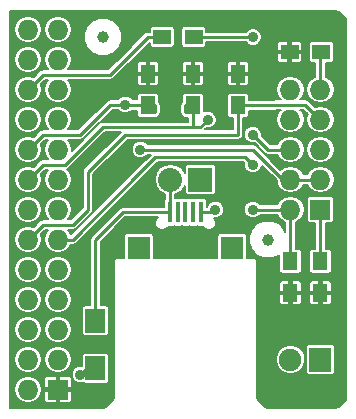
<source format=gbr>
G04 #@! TF.FileFunction,Copper,L1,Top,Signal*
%FSLAX46Y46*%
G04 Gerber Fmt 4.6, Leading zero omitted, Abs format (unit mm)*
G04 Created by KiCad (PCBNEW (after 2015-mar-04 BZR unknown)-product) date 6/29/2016 10:21:50 AM*
%MOMM*%
G01*
G04 APERTURE LIST*
%ADD10C,0.150000*%
%ADD11R,0.400000X1.800000*%
%ADD12R,1.900000X1.900000*%
%ADD13C,1.000000*%
%ADD14R,1.300000X1.500000*%
%ADD15R,1.500000X1.300000*%
%ADD16R,1.727200X1.727200*%
%ADD17O,1.727200X1.727200*%
%ADD18R,1.700000X2.000000*%
%ADD19R,1.900000X2.000000*%
%ADD20C,1.900000*%
%ADD21R,2.032000X2.032000*%
%ADD22O,2.032000X2.032000*%
%ADD23C,0.889000*%
%ADD24C,0.254000*%
%ADD25C,0.203200*%
G04 APERTURE END LIST*
D10*
D11*
X13940000Y-17380000D03*
X14590000Y-17380000D03*
X15240000Y-17380000D03*
X15890000Y-17380000D03*
X16540000Y-17380000D03*
D12*
X11290000Y-20405000D03*
X19190000Y-20405000D03*
D13*
X8255000Y-2540000D03*
X22225000Y-19685000D03*
D14*
X26670000Y-24210000D03*
X26670000Y-21510000D03*
X24130000Y-24210000D03*
X24130000Y-21510000D03*
X12065000Y-5635000D03*
X12065000Y-8335000D03*
X19685000Y-5635000D03*
X19685000Y-8335000D03*
D15*
X24050000Y-3810000D03*
X26750000Y-3810000D03*
D14*
X15875000Y-5635000D03*
X15875000Y-8335000D03*
D16*
X4445000Y-32385000D03*
D17*
X1905000Y-32385000D03*
X4445000Y-29845000D03*
X1905000Y-29845000D03*
X4445000Y-27305000D03*
X1905000Y-27305000D03*
X4445000Y-24765000D03*
X1905000Y-24765000D03*
X4445000Y-22225000D03*
X1905000Y-22225000D03*
X4445000Y-19685000D03*
X1905000Y-19685000D03*
X4445000Y-17145000D03*
X1905000Y-17145000D03*
X4445000Y-14605000D03*
X1905000Y-14605000D03*
X4445000Y-12065000D03*
X1905000Y-12065000D03*
X4445000Y-9525000D03*
X1905000Y-9525000D03*
X4445000Y-6985000D03*
X1905000Y-6985000D03*
X4445000Y-4445000D03*
X1905000Y-4445000D03*
X4445000Y-1905000D03*
X1905000Y-1905000D03*
D16*
X26670000Y-17145000D03*
D17*
X24130000Y-17145000D03*
X26670000Y-14605000D03*
X24130000Y-14605000D03*
X26670000Y-12065000D03*
X24130000Y-12065000D03*
X26670000Y-9525000D03*
X24130000Y-9525000D03*
X26670000Y-6985000D03*
X24130000Y-6985000D03*
D18*
X7620000Y-30575000D03*
X7620000Y-26575000D03*
D19*
X26670000Y-29845000D03*
D20*
X24130000Y-29845000D03*
D15*
X15955000Y-2540000D03*
X13255000Y-2540000D03*
D21*
X16510000Y-14605000D03*
D22*
X13970000Y-14605000D03*
D23*
X6350000Y-31115000D03*
X17780000Y-17145000D03*
X20955000Y-13335000D03*
X20955000Y-17145000D03*
X11430000Y-12065000D03*
X10160000Y-8255000D03*
X20955000Y-10795000D03*
X17145000Y-9525000D03*
X20955000Y-2540000D03*
D24*
X6350000Y-31115000D02*
X6890000Y-30575000D01*
X6890000Y-30575000D02*
X7620000Y-30575000D01*
X16540000Y-17380000D02*
X17545000Y-17380000D01*
X17545000Y-17380000D02*
X17780000Y-17145000D01*
X26670000Y-17145000D02*
X26670000Y-21510000D01*
X24130000Y-17145000D02*
X24130000Y-21510000D01*
X4445000Y-19685000D02*
X5715000Y-19685000D01*
X24130000Y-17145000D02*
X20955000Y-17145000D01*
X20955000Y-17145000D02*
X24130000Y-17145000D01*
X12700000Y-12700000D02*
X20320000Y-12700000D01*
X20320000Y-12700000D02*
X20955000Y-13335000D01*
X11430000Y-13970000D02*
X12700000Y-12700000D01*
X5715000Y-19685000D02*
X11430000Y-13970000D01*
X24050000Y-14685000D02*
X24130000Y-14605000D01*
X12700000Y-8335000D02*
X12700000Y-8890000D01*
X11985000Y-8255000D02*
X12065000Y-8335000D01*
X3175000Y-10795000D02*
X6350000Y-10795000D01*
X6350000Y-10795000D02*
X8890000Y-8255000D01*
X8890000Y-8255000D02*
X11985000Y-8255000D01*
X1905000Y-12065000D02*
X3175000Y-10795000D01*
X24130000Y-14605000D02*
X26670000Y-14605000D01*
X20955000Y-12065000D02*
X11430000Y-12065000D01*
X10160000Y-8255000D02*
X10240000Y-8335000D01*
X10240000Y-8335000D02*
X12065000Y-8335000D01*
X23495000Y-14605000D02*
X20955000Y-12065000D01*
X24130000Y-14605000D02*
X23495000Y-14605000D01*
X24130000Y-12065000D02*
X23495000Y-12065000D01*
X15240000Y-8335000D02*
X15240000Y-8890000D01*
X15875000Y-10160000D02*
X15875000Y-8335000D01*
X8255000Y-10160000D02*
X15875000Y-10160000D01*
X5080000Y-13335000D02*
X8255000Y-10160000D01*
X3175000Y-13335000D02*
X5080000Y-13335000D01*
X1905000Y-14605000D02*
X3175000Y-13335000D01*
X22225000Y-12065000D02*
X20955000Y-10795000D01*
X17145000Y-9525000D02*
X16510000Y-10160000D01*
X16510000Y-10160000D02*
X15875000Y-10160000D01*
X24130000Y-12065000D02*
X22225000Y-12065000D01*
X5715000Y-18415000D02*
X6985000Y-17145000D01*
X6985000Y-17145000D02*
X6985000Y-13970000D01*
X1905000Y-19685000D02*
X3175000Y-18415000D01*
X19685000Y-10795000D02*
X19685000Y-8335000D01*
X6985000Y-17145000D02*
X6985000Y-13970000D01*
X5715000Y-18415000D02*
X6985000Y-17145000D01*
X3175000Y-18415000D02*
X5715000Y-18415000D01*
X19685000Y-10795000D02*
X19685000Y-8335000D01*
X10160000Y-10795000D02*
X12700000Y-10795000D01*
X12700000Y-10795000D02*
X19685000Y-10795000D01*
X6985000Y-13970000D02*
X10160000Y-10795000D01*
X22780000Y-8335000D02*
X22860000Y-8255000D01*
X22860000Y-8255000D02*
X25400000Y-8255000D01*
X25400000Y-8255000D02*
X26670000Y-9525000D01*
X19685000Y-8335000D02*
X22780000Y-8335000D01*
X26670000Y-6985000D02*
X26670000Y-3890000D01*
X26670000Y-3890000D02*
X26750000Y-3810000D01*
X13940000Y-14635000D02*
X13970000Y-14605000D01*
X13940000Y-17380000D02*
X13940000Y-14635000D01*
X7620000Y-19685000D02*
X9925000Y-17380000D01*
X9925000Y-17380000D02*
X13940000Y-17380000D01*
X7620000Y-26575000D02*
X7620000Y-19685000D01*
X12700000Y-2540000D02*
X13255000Y-2540000D01*
X1905000Y-6985000D02*
X3175000Y-5715000D01*
X8890000Y-5715000D02*
X12065000Y-2540000D01*
X12065000Y-2540000D02*
X13255000Y-2540000D01*
X3175000Y-5715000D02*
X8890000Y-5715000D01*
X15955000Y-2540000D02*
X20955000Y-2540000D01*
D25*
G36*
X28855200Y-32985053D02*
X28794101Y-33292214D01*
X28212214Y-33874101D01*
X27930771Y-33930084D01*
X27930771Y-30845000D01*
X27930771Y-28845000D01*
X27908222Y-28728781D01*
X27861290Y-28657335D01*
X27861290Y-14605000D01*
X27861290Y-12065000D01*
X27772351Y-11617873D01*
X27519074Y-11238816D01*
X27140017Y-10985539D01*
X26692890Y-10896600D01*
X26647110Y-10896600D01*
X26199983Y-10985539D01*
X25820926Y-11238816D01*
X25567649Y-11617873D01*
X25478710Y-12065000D01*
X25567649Y-12512127D01*
X25820926Y-12891184D01*
X26199983Y-13144461D01*
X26647110Y-13233400D01*
X26692890Y-13233400D01*
X27140017Y-13144461D01*
X27519074Y-12891184D01*
X27772351Y-12512127D01*
X27861290Y-12065000D01*
X27861290Y-14605000D01*
X27772351Y-14157873D01*
X27519074Y-13778816D01*
X27140017Y-13525539D01*
X26692890Y-13436600D01*
X26647110Y-13436600D01*
X26199983Y-13525539D01*
X25820926Y-13778816D01*
X25567649Y-14157873D01*
X25564600Y-14173200D01*
X25321290Y-14173200D01*
X25321290Y-12065000D01*
X25232351Y-11617873D01*
X24979074Y-11238816D01*
X24600017Y-10985539D01*
X24152890Y-10896600D01*
X24107110Y-10896600D01*
X23659983Y-10985539D01*
X23280926Y-11238816D01*
X23027649Y-11617873D01*
X23024600Y-11633200D01*
X22403858Y-11633200D01*
X21704179Y-10933521D01*
X21704430Y-10646609D01*
X21590596Y-10371110D01*
X21379999Y-10160144D01*
X21104699Y-10045830D01*
X20806609Y-10045570D01*
X20531110Y-10159404D01*
X20320144Y-10370001D01*
X20205830Y-10645301D01*
X20205570Y-10943391D01*
X20319404Y-11218890D01*
X20530001Y-11429856D01*
X20805301Y-11544170D01*
X21093763Y-11544421D01*
X21919671Y-12370329D01*
X22059757Y-12463931D01*
X22225000Y-12496800D01*
X23024600Y-12496800D01*
X23027649Y-12512127D01*
X23280926Y-12891184D01*
X23659983Y-13144461D01*
X24107110Y-13233400D01*
X24152890Y-13233400D01*
X24600017Y-13144461D01*
X24979074Y-12891184D01*
X25232351Y-12512127D01*
X25321290Y-12065000D01*
X25321290Y-14173200D01*
X25235399Y-14173200D01*
X25232351Y-14157873D01*
X24979074Y-13778816D01*
X24600017Y-13525539D01*
X24152890Y-13436600D01*
X24107110Y-13436600D01*
X23659983Y-13525539D01*
X23280926Y-13778816D01*
X23280344Y-13779686D01*
X21260329Y-11759671D01*
X21120243Y-11666069D01*
X20955000Y-11633200D01*
X12057699Y-11633200D01*
X11854999Y-11430144D01*
X11579699Y-11315830D01*
X11281609Y-11315570D01*
X11006110Y-11429404D01*
X10795144Y-11640001D01*
X10680830Y-11915301D01*
X10680570Y-12213391D01*
X10794404Y-12488890D01*
X11005001Y-12699856D01*
X11280301Y-12814170D01*
X11578391Y-12814430D01*
X11853890Y-12700596D01*
X12058043Y-12496800D01*
X12292542Y-12496800D01*
X11124671Y-13664671D01*
X11124668Y-13664674D01*
X5548034Y-19241307D01*
X5547351Y-19237873D01*
X5294074Y-18858816D01*
X5276090Y-18846800D01*
X5715000Y-18846800D01*
X5880242Y-18813931D01*
X5880243Y-18813931D01*
X6020329Y-18720329D01*
X7290329Y-17450329D01*
X7383931Y-17310243D01*
X7416800Y-17145000D01*
X7416800Y-14148858D01*
X10338858Y-11226800D01*
X12700000Y-11226800D01*
X19685000Y-11226800D01*
X19850243Y-11193931D01*
X19990329Y-11100329D01*
X20083931Y-10960243D01*
X20116800Y-10795000D01*
X20116800Y-9395771D01*
X20335000Y-9395771D01*
X20451219Y-9373222D01*
X20553365Y-9306123D01*
X20621741Y-9204827D01*
X20645771Y-9085000D01*
X20645771Y-8766800D01*
X22780000Y-8766800D01*
X22945242Y-8733931D01*
X22945243Y-8733931D01*
X23015779Y-8686800D01*
X23298909Y-8686800D01*
X23280926Y-8698816D01*
X23027649Y-9077873D01*
X22938710Y-9525000D01*
X23027649Y-9972127D01*
X23280926Y-10351184D01*
X23659983Y-10604461D01*
X24107110Y-10693400D01*
X24152890Y-10693400D01*
X24600017Y-10604461D01*
X24979074Y-10351184D01*
X25232351Y-9972127D01*
X25321290Y-9525000D01*
X25232351Y-9077873D01*
X24979074Y-8698816D01*
X24961090Y-8686800D01*
X25221142Y-8686800D01*
X25585499Y-9051157D01*
X25567649Y-9077873D01*
X25478710Y-9525000D01*
X25567649Y-9972127D01*
X25820926Y-10351184D01*
X26199983Y-10604461D01*
X26647110Y-10693400D01*
X26692890Y-10693400D01*
X27140017Y-10604461D01*
X27519074Y-10351184D01*
X27772351Y-9972127D01*
X27861290Y-9525000D01*
X27861290Y-6985000D01*
X27772351Y-6537873D01*
X27519074Y-6158816D01*
X27140017Y-5905539D01*
X27101800Y-5897937D01*
X27101800Y-4770771D01*
X27500000Y-4770771D01*
X27616219Y-4748222D01*
X27718365Y-4681123D01*
X27786741Y-4579827D01*
X27810771Y-4460000D01*
X27810771Y-3160000D01*
X27788222Y-3043781D01*
X27721123Y-2941635D01*
X27619827Y-2873259D01*
X27500000Y-2849229D01*
X26000000Y-2849229D01*
X25883781Y-2871778D01*
X25781635Y-2938877D01*
X25713259Y-3040173D01*
X25689229Y-3160000D01*
X25689229Y-4460000D01*
X25711778Y-4576219D01*
X25778877Y-4678365D01*
X25880173Y-4746741D01*
X26000000Y-4770771D01*
X26238200Y-4770771D01*
X26238200Y-5897937D01*
X26199983Y-5905539D01*
X25820926Y-6158816D01*
X25567649Y-6537873D01*
X25478710Y-6985000D01*
X25567649Y-7432127D01*
X25820926Y-7811184D01*
X26199983Y-8064461D01*
X26647110Y-8153400D01*
X26692890Y-8153400D01*
X27140017Y-8064461D01*
X27519074Y-7811184D01*
X27772351Y-7432127D01*
X27861290Y-6985000D01*
X27861290Y-9525000D01*
X27772351Y-9077873D01*
X27519074Y-8698816D01*
X27140017Y-8445539D01*
X26692890Y-8356600D01*
X26647110Y-8356600D01*
X26200995Y-8445337D01*
X25705329Y-7949671D01*
X25565243Y-7856069D01*
X25400000Y-7823200D01*
X24961090Y-7823200D01*
X24979074Y-7811184D01*
X25232351Y-7432127D01*
X25321290Y-6985000D01*
X25232351Y-6537873D01*
X25104800Y-6346978D01*
X25104800Y-4520629D01*
X25104800Y-4399372D01*
X25104800Y-3975100D01*
X25104800Y-3644900D01*
X25104800Y-3220628D01*
X25104800Y-3099371D01*
X25058397Y-2987344D01*
X24972655Y-2901603D01*
X24860628Y-2855200D01*
X24215100Y-2855200D01*
X24138900Y-2931400D01*
X24138900Y-3721100D01*
X25028600Y-3721100D01*
X25104800Y-3644900D01*
X25104800Y-3975100D01*
X25028600Y-3898900D01*
X24138900Y-3898900D01*
X24138900Y-4688600D01*
X24215100Y-4764800D01*
X24860628Y-4764800D01*
X24972655Y-4718397D01*
X25058397Y-4632656D01*
X25104800Y-4520629D01*
X25104800Y-6346978D01*
X24979074Y-6158816D01*
X24600017Y-5905539D01*
X24152890Y-5816600D01*
X24107110Y-5816600D01*
X23961100Y-5845643D01*
X23961100Y-4688600D01*
X23961100Y-3898900D01*
X23961100Y-3721100D01*
X23961100Y-2931400D01*
X23884900Y-2855200D01*
X23239372Y-2855200D01*
X23127345Y-2901603D01*
X23041603Y-2987344D01*
X22995200Y-3099371D01*
X22995200Y-3220628D01*
X22995200Y-3644900D01*
X23071400Y-3721100D01*
X23961100Y-3721100D01*
X23961100Y-3898900D01*
X23071400Y-3898900D01*
X22995200Y-3975100D01*
X22995200Y-4399372D01*
X22995200Y-4520629D01*
X23041603Y-4632656D01*
X23127345Y-4718397D01*
X23239372Y-4764800D01*
X23884900Y-4764800D01*
X23961100Y-4688600D01*
X23961100Y-5845643D01*
X23659983Y-5905539D01*
X23280926Y-6158816D01*
X23027649Y-6537873D01*
X22938710Y-6985000D01*
X23027649Y-7432127D01*
X23280926Y-7811184D01*
X23298909Y-7823200D01*
X22860000Y-7823200D01*
X22694757Y-7856069D01*
X22624220Y-7903200D01*
X21704430Y-7903200D01*
X21704430Y-2391609D01*
X21590596Y-2116110D01*
X21379999Y-1905144D01*
X21104699Y-1790830D01*
X20806609Y-1790570D01*
X20531110Y-1904404D01*
X20326956Y-2108200D01*
X17015771Y-2108200D01*
X17015771Y-1890000D01*
X16993222Y-1773781D01*
X16926123Y-1671635D01*
X16824827Y-1603259D01*
X16705000Y-1579229D01*
X15205000Y-1579229D01*
X15088781Y-1601778D01*
X14986635Y-1668877D01*
X14918259Y-1770173D01*
X14894229Y-1890000D01*
X14894229Y-3190000D01*
X14916778Y-3306219D01*
X14983877Y-3408365D01*
X15085173Y-3476741D01*
X15205000Y-3500771D01*
X16705000Y-3500771D01*
X16821219Y-3478222D01*
X16923365Y-3411123D01*
X16991741Y-3309827D01*
X17015771Y-3190000D01*
X17015771Y-2971800D01*
X20327300Y-2971800D01*
X20530001Y-3174856D01*
X20805301Y-3289170D01*
X21103391Y-3289430D01*
X21378890Y-3175596D01*
X21589856Y-2964999D01*
X21704170Y-2689699D01*
X21704430Y-2391609D01*
X21704430Y-7903200D01*
X20645771Y-7903200D01*
X20645771Y-7585000D01*
X20639800Y-7554225D01*
X20639800Y-6445628D01*
X20639800Y-5800100D01*
X20639800Y-5469900D01*
X20639800Y-4824372D01*
X20593397Y-4712345D01*
X20507656Y-4626603D01*
X20395629Y-4580200D01*
X20274372Y-4580200D01*
X19850100Y-4580200D01*
X19773900Y-4656400D01*
X19773900Y-5546100D01*
X20563600Y-5546100D01*
X20639800Y-5469900D01*
X20639800Y-5800100D01*
X20563600Y-5723900D01*
X19773900Y-5723900D01*
X19773900Y-6613600D01*
X19850100Y-6689800D01*
X20274372Y-6689800D01*
X20395629Y-6689800D01*
X20507656Y-6643397D01*
X20593397Y-6557655D01*
X20639800Y-6445628D01*
X20639800Y-7554225D01*
X20623222Y-7468781D01*
X20556123Y-7366635D01*
X20454827Y-7298259D01*
X20335000Y-7274229D01*
X19596100Y-7274229D01*
X19596100Y-6613600D01*
X19596100Y-5723900D01*
X19596100Y-5546100D01*
X19596100Y-4656400D01*
X19519900Y-4580200D01*
X19095628Y-4580200D01*
X18974371Y-4580200D01*
X18862344Y-4626603D01*
X18776603Y-4712345D01*
X18730200Y-4824372D01*
X18730200Y-5469900D01*
X18806400Y-5546100D01*
X19596100Y-5546100D01*
X19596100Y-5723900D01*
X18806400Y-5723900D01*
X18730200Y-5800100D01*
X18730200Y-6445628D01*
X18776603Y-6557655D01*
X18862344Y-6643397D01*
X18974371Y-6689800D01*
X19095628Y-6689800D01*
X19519900Y-6689800D01*
X19596100Y-6613600D01*
X19596100Y-7274229D01*
X19035000Y-7274229D01*
X18918781Y-7296778D01*
X18816635Y-7363877D01*
X18748259Y-7465173D01*
X18724229Y-7585000D01*
X18724229Y-9085000D01*
X18746778Y-9201219D01*
X18813877Y-9303365D01*
X18915173Y-9371741D01*
X19035000Y-9395771D01*
X19253200Y-9395771D01*
X19253200Y-10363200D01*
X16917457Y-10363200D01*
X17006477Y-10274179D01*
X17293391Y-10274430D01*
X17568890Y-10160596D01*
X17779856Y-9949999D01*
X17894170Y-9674699D01*
X17894430Y-9376609D01*
X17780596Y-9101110D01*
X17569999Y-8890144D01*
X17294699Y-8775830D01*
X16996609Y-8775570D01*
X16835771Y-8842026D01*
X16835771Y-7585000D01*
X16829800Y-7554225D01*
X16829800Y-6445628D01*
X16829800Y-5800100D01*
X16829800Y-5469900D01*
X16829800Y-4824372D01*
X16783397Y-4712345D01*
X16697656Y-4626603D01*
X16585629Y-4580200D01*
X16464372Y-4580200D01*
X16040100Y-4580200D01*
X15963900Y-4656400D01*
X15963900Y-5546100D01*
X16753600Y-5546100D01*
X16829800Y-5469900D01*
X16829800Y-5800100D01*
X16753600Y-5723900D01*
X15963900Y-5723900D01*
X15963900Y-6613600D01*
X16040100Y-6689800D01*
X16464372Y-6689800D01*
X16585629Y-6689800D01*
X16697656Y-6643397D01*
X16783397Y-6557655D01*
X16829800Y-6445628D01*
X16829800Y-7554225D01*
X16813222Y-7468781D01*
X16746123Y-7366635D01*
X16644827Y-7298259D01*
X16525000Y-7274229D01*
X15786100Y-7274229D01*
X15786100Y-6613600D01*
X15786100Y-5723900D01*
X15786100Y-5546100D01*
X15786100Y-4656400D01*
X15709900Y-4580200D01*
X15285628Y-4580200D01*
X15164371Y-4580200D01*
X15052344Y-4626603D01*
X14966603Y-4712345D01*
X14920200Y-4824372D01*
X14920200Y-5469900D01*
X14996400Y-5546100D01*
X15786100Y-5546100D01*
X15786100Y-5723900D01*
X14996400Y-5723900D01*
X14920200Y-5800100D01*
X14920200Y-6445628D01*
X14966603Y-6557655D01*
X15052344Y-6643397D01*
X15164371Y-6689800D01*
X15285628Y-6689800D01*
X15709900Y-6689800D01*
X15786100Y-6613600D01*
X15786100Y-7274229D01*
X15225000Y-7274229D01*
X15108781Y-7296778D01*
X15006635Y-7363877D01*
X14938259Y-7465173D01*
X14914229Y-7585000D01*
X14914229Y-8060264D01*
X14841069Y-8169757D01*
X14808200Y-8335000D01*
X14808200Y-8890000D01*
X14841069Y-9055243D01*
X14934671Y-9195329D01*
X14935778Y-9196069D01*
X14936778Y-9201219D01*
X15003877Y-9303365D01*
X15105173Y-9371741D01*
X15225000Y-9395771D01*
X15443200Y-9395771D01*
X15443200Y-9728200D01*
X14315771Y-9728200D01*
X14315771Y-3190000D01*
X14315771Y-1890000D01*
X14293222Y-1773781D01*
X14226123Y-1671635D01*
X14124827Y-1603259D01*
X14005000Y-1579229D01*
X12505000Y-1579229D01*
X12388781Y-1601778D01*
X12286635Y-1668877D01*
X12218259Y-1770173D01*
X12194229Y-1890000D01*
X12194229Y-2108200D01*
X12065000Y-2108200D01*
X11899757Y-2141069D01*
X11759671Y-2234671D01*
X9856877Y-4137465D01*
X9856877Y-2222820D01*
X9613562Y-1633952D01*
X9163418Y-1183021D01*
X8574976Y-938679D01*
X7937820Y-938123D01*
X7348952Y-1181438D01*
X6898021Y-1631582D01*
X6653679Y-2220024D01*
X6653123Y-2857180D01*
X6896438Y-3446048D01*
X7346582Y-3896979D01*
X7935024Y-4141321D01*
X8572180Y-4141877D01*
X9161048Y-3898562D01*
X9611979Y-3448418D01*
X9856321Y-2859976D01*
X9856877Y-2222820D01*
X9856877Y-4137465D01*
X8711142Y-5283200D01*
X5276090Y-5283200D01*
X5294074Y-5271184D01*
X5547351Y-4892127D01*
X5636290Y-4445000D01*
X5636290Y-1905000D01*
X5547351Y-1457873D01*
X5294074Y-1078816D01*
X4915017Y-825539D01*
X4467890Y-736600D01*
X4422110Y-736600D01*
X3974983Y-825539D01*
X3595926Y-1078816D01*
X3342649Y-1457873D01*
X3253710Y-1905000D01*
X3342649Y-2352127D01*
X3595926Y-2731184D01*
X3974983Y-2984461D01*
X4422110Y-3073400D01*
X4467890Y-3073400D01*
X4915017Y-2984461D01*
X5294074Y-2731184D01*
X5547351Y-2352127D01*
X5636290Y-1905000D01*
X5636290Y-4445000D01*
X5547351Y-3997873D01*
X5294074Y-3618816D01*
X4915017Y-3365539D01*
X4467890Y-3276600D01*
X4422110Y-3276600D01*
X3974983Y-3365539D01*
X3595926Y-3618816D01*
X3342649Y-3997873D01*
X3253710Y-4445000D01*
X3342649Y-4892127D01*
X3595926Y-5271184D01*
X3613909Y-5283200D01*
X3175000Y-5283200D01*
X3096290Y-5298856D01*
X3096290Y-4445000D01*
X3096290Y-1905000D01*
X3007351Y-1457873D01*
X2754074Y-1078816D01*
X2375017Y-825539D01*
X1927890Y-736600D01*
X1882110Y-736600D01*
X1434983Y-825539D01*
X1055926Y-1078816D01*
X802649Y-1457873D01*
X713710Y-1905000D01*
X802649Y-2352127D01*
X1055926Y-2731184D01*
X1434983Y-2984461D01*
X1882110Y-3073400D01*
X1927890Y-3073400D01*
X2375017Y-2984461D01*
X2754074Y-2731184D01*
X3007351Y-2352127D01*
X3096290Y-1905000D01*
X3096290Y-4445000D01*
X3007351Y-3997873D01*
X2754074Y-3618816D01*
X2375017Y-3365539D01*
X1927890Y-3276600D01*
X1882110Y-3276600D01*
X1434983Y-3365539D01*
X1055926Y-3618816D01*
X802649Y-3997873D01*
X713710Y-4445000D01*
X802649Y-4892127D01*
X1055926Y-5271184D01*
X1434983Y-5524461D01*
X1882110Y-5613400D01*
X1927890Y-5613400D01*
X2375017Y-5524461D01*
X2754074Y-5271184D01*
X3007351Y-4892127D01*
X3096290Y-4445000D01*
X3096290Y-5298856D01*
X3009757Y-5316069D01*
X2869671Y-5409671D01*
X2374004Y-5905337D01*
X1927890Y-5816600D01*
X1882110Y-5816600D01*
X1434983Y-5905539D01*
X1055926Y-6158816D01*
X802649Y-6537873D01*
X713710Y-6985000D01*
X802649Y-7432127D01*
X1055926Y-7811184D01*
X1434983Y-8064461D01*
X1882110Y-8153400D01*
X1927890Y-8153400D01*
X2375017Y-8064461D01*
X2754074Y-7811184D01*
X3007351Y-7432127D01*
X3096290Y-6985000D01*
X3007351Y-6537873D01*
X2989500Y-6511157D01*
X3353858Y-6146800D01*
X3613909Y-6146800D01*
X3595926Y-6158816D01*
X3342649Y-6537873D01*
X3253710Y-6985000D01*
X3342649Y-7432127D01*
X3595926Y-7811184D01*
X3974983Y-8064461D01*
X4422110Y-8153400D01*
X4467890Y-8153400D01*
X4915017Y-8064461D01*
X5294074Y-7811184D01*
X5547351Y-7432127D01*
X5636290Y-6985000D01*
X5547351Y-6537873D01*
X5294074Y-6158816D01*
X5276090Y-6146800D01*
X8890000Y-6146800D01*
X9055242Y-6113931D01*
X9055243Y-6113931D01*
X9195329Y-6020329D01*
X12194229Y-3021429D01*
X12194229Y-3190000D01*
X12216778Y-3306219D01*
X12283877Y-3408365D01*
X12385173Y-3476741D01*
X12505000Y-3500771D01*
X14005000Y-3500771D01*
X14121219Y-3478222D01*
X14223365Y-3411123D01*
X14291741Y-3309827D01*
X14315771Y-3190000D01*
X14315771Y-9728200D01*
X8255000Y-9728200D01*
X8089757Y-9761069D01*
X7949671Y-9854671D01*
X5610701Y-12193640D01*
X5636290Y-12065000D01*
X5547351Y-11617873D01*
X5294074Y-11238816D01*
X5276090Y-11226800D01*
X6350000Y-11226800D01*
X6515242Y-11193931D01*
X6515243Y-11193931D01*
X6655329Y-11100329D01*
X9068857Y-8686800D01*
X9532300Y-8686800D01*
X9735001Y-8889856D01*
X10010301Y-9004170D01*
X10308391Y-9004430D01*
X10583890Y-8890596D01*
X10707902Y-8766800D01*
X11104229Y-8766800D01*
X11104229Y-9085000D01*
X11126778Y-9201219D01*
X11193877Y-9303365D01*
X11295173Y-9371741D01*
X11415000Y-9395771D01*
X12715000Y-9395771D01*
X12831219Y-9373222D01*
X12933365Y-9306123D01*
X13001741Y-9204827D01*
X13003385Y-9196627D01*
X13005329Y-9195329D01*
X13098931Y-9055243D01*
X13131800Y-8890000D01*
X13131800Y-8335000D01*
X13098931Y-8169757D01*
X13025771Y-8060264D01*
X13025771Y-7585000D01*
X13019800Y-7554225D01*
X13019800Y-6445628D01*
X13019800Y-5800100D01*
X13019800Y-5469900D01*
X13019800Y-4824372D01*
X12973397Y-4712345D01*
X12887656Y-4626603D01*
X12775629Y-4580200D01*
X12654372Y-4580200D01*
X12230100Y-4580200D01*
X12153900Y-4656400D01*
X12153900Y-5546100D01*
X12943600Y-5546100D01*
X13019800Y-5469900D01*
X13019800Y-5800100D01*
X12943600Y-5723900D01*
X12153900Y-5723900D01*
X12153900Y-6613600D01*
X12230100Y-6689800D01*
X12654372Y-6689800D01*
X12775629Y-6689800D01*
X12887656Y-6643397D01*
X12973397Y-6557655D01*
X13019800Y-6445628D01*
X13019800Y-7554225D01*
X13003222Y-7468781D01*
X12936123Y-7366635D01*
X12834827Y-7298259D01*
X12715000Y-7274229D01*
X11976100Y-7274229D01*
X11976100Y-6613600D01*
X11976100Y-5723900D01*
X11976100Y-5546100D01*
X11976100Y-4656400D01*
X11899900Y-4580200D01*
X11475628Y-4580200D01*
X11354371Y-4580200D01*
X11242344Y-4626603D01*
X11156603Y-4712345D01*
X11110200Y-4824372D01*
X11110200Y-5469900D01*
X11186400Y-5546100D01*
X11976100Y-5546100D01*
X11976100Y-5723900D01*
X11186400Y-5723900D01*
X11110200Y-5800100D01*
X11110200Y-6445628D01*
X11156603Y-6557655D01*
X11242344Y-6643397D01*
X11354371Y-6689800D01*
X11475628Y-6689800D01*
X11899900Y-6689800D01*
X11976100Y-6613600D01*
X11976100Y-7274229D01*
X11415000Y-7274229D01*
X11298781Y-7296778D01*
X11196635Y-7363877D01*
X11128259Y-7465173D01*
X11104229Y-7585000D01*
X11104229Y-7823200D01*
X10787699Y-7823200D01*
X10584999Y-7620144D01*
X10309699Y-7505830D01*
X10011609Y-7505570D01*
X9736110Y-7619404D01*
X9531956Y-7823200D01*
X8890000Y-7823200D01*
X8724757Y-7856069D01*
X8584671Y-7949671D01*
X8584668Y-7949674D01*
X6171142Y-10363200D01*
X5276090Y-10363200D01*
X5294074Y-10351184D01*
X5547351Y-9972127D01*
X5636290Y-9525000D01*
X5547351Y-9077873D01*
X5294074Y-8698816D01*
X4915017Y-8445539D01*
X4467890Y-8356600D01*
X4422110Y-8356600D01*
X3974983Y-8445539D01*
X3595926Y-8698816D01*
X3342649Y-9077873D01*
X3253710Y-9525000D01*
X3342649Y-9972127D01*
X3595926Y-10351184D01*
X3613909Y-10363200D01*
X3175000Y-10363200D01*
X3096290Y-10378856D01*
X3096290Y-9525000D01*
X3007351Y-9077873D01*
X2754074Y-8698816D01*
X2375017Y-8445539D01*
X1927890Y-8356600D01*
X1882110Y-8356600D01*
X1434983Y-8445539D01*
X1055926Y-8698816D01*
X802649Y-9077873D01*
X713710Y-9525000D01*
X802649Y-9972127D01*
X1055926Y-10351184D01*
X1434983Y-10604461D01*
X1882110Y-10693400D01*
X1927890Y-10693400D01*
X2375017Y-10604461D01*
X2754074Y-10351184D01*
X3007351Y-9972127D01*
X3096290Y-9525000D01*
X3096290Y-10378856D01*
X3009757Y-10396069D01*
X2869671Y-10489671D01*
X2374004Y-10985337D01*
X1927890Y-10896600D01*
X1882110Y-10896600D01*
X1434983Y-10985539D01*
X1055926Y-11238816D01*
X802649Y-11617873D01*
X713710Y-12065000D01*
X802649Y-12512127D01*
X1055926Y-12891184D01*
X1434983Y-13144461D01*
X1882110Y-13233400D01*
X1927890Y-13233400D01*
X2375017Y-13144461D01*
X2754074Y-12891184D01*
X3007351Y-12512127D01*
X3096290Y-12065000D01*
X3007351Y-11617873D01*
X2989500Y-11591157D01*
X3353858Y-11226800D01*
X3613909Y-11226800D01*
X3595926Y-11238816D01*
X3342649Y-11617873D01*
X3253710Y-12065000D01*
X3342649Y-12512127D01*
X3595926Y-12891184D01*
X3613909Y-12903200D01*
X3175000Y-12903200D01*
X3009757Y-12936069D01*
X2869671Y-13029671D01*
X2374004Y-13525337D01*
X1927890Y-13436600D01*
X1882110Y-13436600D01*
X1434983Y-13525539D01*
X1055926Y-13778816D01*
X802649Y-14157873D01*
X713710Y-14605000D01*
X802649Y-15052127D01*
X1055926Y-15431184D01*
X1434983Y-15684461D01*
X1882110Y-15773400D01*
X1927890Y-15773400D01*
X2375017Y-15684461D01*
X2754074Y-15431184D01*
X3007351Y-15052127D01*
X3096290Y-14605000D01*
X3007351Y-14157873D01*
X2989500Y-14131157D01*
X3353858Y-13766800D01*
X3613909Y-13766800D01*
X3595926Y-13778816D01*
X3342649Y-14157873D01*
X3253710Y-14605000D01*
X3342649Y-15052127D01*
X3595926Y-15431184D01*
X3974983Y-15684461D01*
X4422110Y-15773400D01*
X4467890Y-15773400D01*
X4915017Y-15684461D01*
X5294074Y-15431184D01*
X5547351Y-15052127D01*
X5636290Y-14605000D01*
X5547351Y-14157873D01*
X5294074Y-13778816D01*
X5231106Y-13736742D01*
X5245242Y-13733931D01*
X5245243Y-13733931D01*
X5385329Y-13640329D01*
X8433858Y-10591800D01*
X9752542Y-10591800D01*
X6679671Y-13664671D01*
X6586069Y-13804757D01*
X6553200Y-13970000D01*
X6553200Y-16966142D01*
X5536142Y-17983200D01*
X5276090Y-17983200D01*
X5294074Y-17971184D01*
X5547351Y-17592127D01*
X5636290Y-17145000D01*
X5547351Y-16697873D01*
X5294074Y-16318816D01*
X4915017Y-16065539D01*
X4467890Y-15976600D01*
X4422110Y-15976600D01*
X3974983Y-16065539D01*
X3595926Y-16318816D01*
X3342649Y-16697873D01*
X3253710Y-17145000D01*
X3342649Y-17592127D01*
X3595926Y-17971184D01*
X3613909Y-17983200D01*
X3175000Y-17983200D01*
X3096290Y-17998856D01*
X3096290Y-17145000D01*
X3007351Y-16697873D01*
X2754074Y-16318816D01*
X2375017Y-16065539D01*
X1927890Y-15976600D01*
X1882110Y-15976600D01*
X1434983Y-16065539D01*
X1055926Y-16318816D01*
X802649Y-16697873D01*
X713710Y-17145000D01*
X802649Y-17592127D01*
X1055926Y-17971184D01*
X1434983Y-18224461D01*
X1882110Y-18313400D01*
X1927890Y-18313400D01*
X2375017Y-18224461D01*
X2754074Y-17971184D01*
X3007351Y-17592127D01*
X3096290Y-17145000D01*
X3096290Y-17998856D01*
X3009757Y-18016069D01*
X2869671Y-18109671D01*
X2374004Y-18605337D01*
X1927890Y-18516600D01*
X1882110Y-18516600D01*
X1434983Y-18605539D01*
X1055926Y-18858816D01*
X802649Y-19237873D01*
X713710Y-19685000D01*
X802649Y-20132127D01*
X1055926Y-20511184D01*
X1434983Y-20764461D01*
X1882110Y-20853400D01*
X1927890Y-20853400D01*
X2375017Y-20764461D01*
X2754074Y-20511184D01*
X3007351Y-20132127D01*
X3096290Y-19685000D01*
X3007351Y-19237873D01*
X2989500Y-19211157D01*
X3353858Y-18846800D01*
X3613909Y-18846800D01*
X3595926Y-18858816D01*
X3342649Y-19237873D01*
X3253710Y-19685000D01*
X3342649Y-20132127D01*
X3595926Y-20511184D01*
X3974983Y-20764461D01*
X4422110Y-20853400D01*
X4467890Y-20853400D01*
X4915017Y-20764461D01*
X5294074Y-20511184D01*
X5547351Y-20132127D01*
X5550399Y-20116800D01*
X5715000Y-20116800D01*
X5880242Y-20083931D01*
X5880243Y-20083931D01*
X6020329Y-19990329D01*
X11735325Y-14275331D01*
X11735329Y-14275329D01*
X11735329Y-14275328D01*
X12878858Y-13131800D01*
X20141142Y-13131800D01*
X20205820Y-13196477D01*
X20205570Y-13483391D01*
X20319404Y-13758890D01*
X20530001Y-13969856D01*
X20805301Y-14084170D01*
X21103391Y-14084430D01*
X21378890Y-13970596D01*
X21589856Y-13759999D01*
X21704170Y-13484699D01*
X21704222Y-13424879D01*
X22952209Y-14672866D01*
X23027649Y-15052127D01*
X23280926Y-15431184D01*
X23659983Y-15684461D01*
X24107110Y-15773400D01*
X24152890Y-15773400D01*
X24600017Y-15684461D01*
X24979074Y-15431184D01*
X25232351Y-15052127D01*
X25235399Y-15036800D01*
X25564600Y-15036800D01*
X25567649Y-15052127D01*
X25820926Y-15431184D01*
X26199983Y-15684461D01*
X26647110Y-15773400D01*
X26692890Y-15773400D01*
X27140017Y-15684461D01*
X27519074Y-15431184D01*
X27772351Y-15052127D01*
X27861290Y-14605000D01*
X27861290Y-28657335D01*
X27844371Y-28631579D01*
X27844371Y-18008600D01*
X27844371Y-16281400D01*
X27821822Y-16165181D01*
X27754723Y-16063035D01*
X27653427Y-15994659D01*
X27533600Y-15970629D01*
X25806400Y-15970629D01*
X25690181Y-15993178D01*
X25588035Y-16060277D01*
X25519659Y-16161573D01*
X25495629Y-16281400D01*
X25495629Y-18008600D01*
X25518178Y-18124819D01*
X25585277Y-18226965D01*
X25686573Y-18295341D01*
X25806400Y-18319371D01*
X26238200Y-18319371D01*
X26238200Y-20449229D01*
X26020000Y-20449229D01*
X25903781Y-20471778D01*
X25801635Y-20538877D01*
X25733259Y-20640173D01*
X25709229Y-20760000D01*
X25709229Y-22260000D01*
X25731778Y-22376219D01*
X25798877Y-22478365D01*
X25900173Y-22546741D01*
X26020000Y-22570771D01*
X27320000Y-22570771D01*
X27436219Y-22548222D01*
X27538365Y-22481123D01*
X27606741Y-22379827D01*
X27630771Y-22260000D01*
X27630771Y-20760000D01*
X27608222Y-20643781D01*
X27541123Y-20541635D01*
X27439827Y-20473259D01*
X27320000Y-20449229D01*
X27101800Y-20449229D01*
X27101800Y-18319371D01*
X27533600Y-18319371D01*
X27649819Y-18296822D01*
X27751965Y-18229723D01*
X27820341Y-18128427D01*
X27844371Y-18008600D01*
X27844371Y-28631579D01*
X27841123Y-28626635D01*
X27739827Y-28558259D01*
X27624800Y-28535191D01*
X27624800Y-25020628D01*
X27624800Y-24375100D01*
X27624800Y-24044900D01*
X27624800Y-23399372D01*
X27578397Y-23287345D01*
X27492656Y-23201603D01*
X27380629Y-23155200D01*
X27259372Y-23155200D01*
X26835100Y-23155200D01*
X26758900Y-23231400D01*
X26758900Y-24121100D01*
X27548600Y-24121100D01*
X27624800Y-24044900D01*
X27624800Y-24375100D01*
X27548600Y-24298900D01*
X26758900Y-24298900D01*
X26758900Y-25188600D01*
X26835100Y-25264800D01*
X27259372Y-25264800D01*
X27380629Y-25264800D01*
X27492656Y-25218397D01*
X27578397Y-25132655D01*
X27624800Y-25020628D01*
X27624800Y-28535191D01*
X27620000Y-28534229D01*
X26581100Y-28534229D01*
X26581100Y-25188600D01*
X26581100Y-24298900D01*
X26581100Y-24121100D01*
X26581100Y-23231400D01*
X26504900Y-23155200D01*
X26080628Y-23155200D01*
X25959371Y-23155200D01*
X25847344Y-23201603D01*
X25761603Y-23287345D01*
X25715200Y-23399372D01*
X25715200Y-24044900D01*
X25791400Y-24121100D01*
X26581100Y-24121100D01*
X26581100Y-24298900D01*
X25791400Y-24298900D01*
X25715200Y-24375100D01*
X25715200Y-25020628D01*
X25761603Y-25132655D01*
X25847344Y-25218397D01*
X25959371Y-25264800D01*
X26080628Y-25264800D01*
X26504900Y-25264800D01*
X26581100Y-25188600D01*
X26581100Y-28534229D01*
X25720000Y-28534229D01*
X25603781Y-28556778D01*
X25501635Y-28623877D01*
X25433259Y-28725173D01*
X25409229Y-28845000D01*
X25409229Y-30845000D01*
X25431778Y-30961219D01*
X25498877Y-31063365D01*
X25600173Y-31131741D01*
X25720000Y-31155771D01*
X27620000Y-31155771D01*
X27736219Y-31133222D01*
X27838365Y-31066123D01*
X27906741Y-30964827D01*
X27930771Y-30845000D01*
X27930771Y-33930084D01*
X27905053Y-33935200D01*
X25385017Y-33935200D01*
X25385017Y-29596500D01*
X25321290Y-29442268D01*
X25321290Y-17145000D01*
X25232351Y-16697873D01*
X24979074Y-16318816D01*
X24600017Y-16065539D01*
X24152890Y-15976600D01*
X24107110Y-15976600D01*
X23659983Y-16065539D01*
X23280926Y-16318816D01*
X23027649Y-16697873D01*
X23024600Y-16713200D01*
X21582699Y-16713200D01*
X21379999Y-16510144D01*
X21104699Y-16395830D01*
X20806609Y-16395570D01*
X20531110Y-16509404D01*
X20320144Y-16720001D01*
X20205830Y-16995301D01*
X20205570Y-17293391D01*
X20319404Y-17568890D01*
X20530001Y-17779856D01*
X20805301Y-17894170D01*
X21103391Y-17894430D01*
X21378890Y-17780596D01*
X21583043Y-17576800D01*
X23024600Y-17576800D01*
X23027649Y-17592127D01*
X23280926Y-17971184D01*
X23659983Y-18224461D01*
X23698200Y-18232062D01*
X23698200Y-19056397D01*
X23583562Y-18778952D01*
X23133418Y-18328021D01*
X22544976Y-18083679D01*
X21907820Y-18083123D01*
X21318952Y-18326438D01*
X20868021Y-18776582D01*
X20623679Y-19365024D01*
X20623123Y-20002180D01*
X20866438Y-20591048D01*
X21316582Y-21041979D01*
X21905024Y-21286321D01*
X22542180Y-21286877D01*
X23131048Y-21043562D01*
X23169229Y-21005447D01*
X23169229Y-22260000D01*
X23191778Y-22376219D01*
X23258877Y-22478365D01*
X23360173Y-22546741D01*
X23480000Y-22570771D01*
X24780000Y-22570771D01*
X24896219Y-22548222D01*
X24998365Y-22481123D01*
X25066741Y-22379827D01*
X25090771Y-22260000D01*
X25090771Y-20760000D01*
X25068222Y-20643781D01*
X25001123Y-20541635D01*
X24899827Y-20473259D01*
X24780000Y-20449229D01*
X24561800Y-20449229D01*
X24561800Y-18232062D01*
X24600017Y-18224461D01*
X24979074Y-17971184D01*
X25232351Y-17592127D01*
X25321290Y-17145000D01*
X25321290Y-29442268D01*
X25194388Y-29135141D01*
X25084800Y-29025361D01*
X25084800Y-25020628D01*
X25084800Y-24375100D01*
X25084800Y-24044900D01*
X25084800Y-23399372D01*
X25038397Y-23287345D01*
X24952656Y-23201603D01*
X24840629Y-23155200D01*
X24719372Y-23155200D01*
X24295100Y-23155200D01*
X24218900Y-23231400D01*
X24218900Y-24121100D01*
X25008600Y-24121100D01*
X25084800Y-24044900D01*
X25084800Y-24375100D01*
X25008600Y-24298900D01*
X24218900Y-24298900D01*
X24218900Y-25188600D01*
X24295100Y-25264800D01*
X24719372Y-25264800D01*
X24840629Y-25264800D01*
X24952656Y-25218397D01*
X25038397Y-25132655D01*
X25084800Y-25020628D01*
X25084800Y-29025361D01*
X24841715Y-28781853D01*
X24380690Y-28590418D01*
X24041100Y-28590122D01*
X24041100Y-25188600D01*
X24041100Y-24298900D01*
X24041100Y-24121100D01*
X24041100Y-23231400D01*
X23964900Y-23155200D01*
X23540628Y-23155200D01*
X23419371Y-23155200D01*
X23307344Y-23201603D01*
X23221603Y-23287345D01*
X23175200Y-23399372D01*
X23175200Y-24044900D01*
X23251400Y-24121100D01*
X24041100Y-24121100D01*
X24041100Y-24298900D01*
X23251400Y-24298900D01*
X23175200Y-24375100D01*
X23175200Y-25020628D01*
X23221603Y-25132655D01*
X23307344Y-25218397D01*
X23419371Y-25264800D01*
X23540628Y-25264800D01*
X23964900Y-25264800D01*
X24041100Y-25188600D01*
X24041100Y-28590122D01*
X23881500Y-28589983D01*
X23420141Y-28780612D01*
X23066853Y-29133285D01*
X22875418Y-29594310D01*
X22874983Y-30093500D01*
X23065612Y-30554859D01*
X23418285Y-30908147D01*
X23879310Y-31099582D01*
X24378500Y-31100017D01*
X24839859Y-30909388D01*
X25193147Y-30556715D01*
X25384582Y-30095690D01*
X25385017Y-29596500D01*
X25385017Y-33935200D01*
X22259946Y-33935200D01*
X21952785Y-33874101D01*
X21370898Y-33292214D01*
X21309800Y-32985053D01*
X21309800Y-21590000D01*
X21282792Y-21454224D01*
X21205881Y-21339119D01*
X21090776Y-21262208D01*
X20955000Y-21235200D01*
X20450771Y-21235200D01*
X20450771Y-19455000D01*
X20428222Y-19338781D01*
X20361123Y-19236635D01*
X20259827Y-19168259D01*
X20140000Y-19144229D01*
X18529430Y-19144229D01*
X18529430Y-16996609D01*
X18415596Y-16721110D01*
X18204999Y-16510144D01*
X17929699Y-16395830D01*
X17631609Y-16395570D01*
X17356110Y-16509404D01*
X17145144Y-16720001D01*
X17050771Y-16947277D01*
X17050771Y-16480000D01*
X17028222Y-16363781D01*
X16961123Y-16261635D01*
X16859827Y-16193259D01*
X16740000Y-16169229D01*
X16340000Y-16169229D01*
X16223781Y-16191778D01*
X16215597Y-16197153D01*
X16209827Y-16193259D01*
X16090000Y-16169229D01*
X15690000Y-16169229D01*
X15573781Y-16191778D01*
X15565597Y-16197153D01*
X15559827Y-16193259D01*
X15440000Y-16169229D01*
X15040000Y-16169229D01*
X14923781Y-16191778D01*
X14915597Y-16197153D01*
X14909827Y-16193259D01*
X14790000Y-16169229D01*
X14390000Y-16169229D01*
X14371800Y-16172760D01*
X14371800Y-15871752D01*
X14475448Y-15851136D01*
X14903947Y-15564823D01*
X15183229Y-15146846D01*
X15183229Y-15621000D01*
X15205778Y-15737219D01*
X15272877Y-15839365D01*
X15374173Y-15907741D01*
X15494000Y-15931771D01*
X17526000Y-15931771D01*
X17642219Y-15909222D01*
X17744365Y-15842123D01*
X17812741Y-15740827D01*
X17836771Y-15621000D01*
X17836771Y-13589000D01*
X17814222Y-13472781D01*
X17747123Y-13370635D01*
X17645827Y-13302259D01*
X17526000Y-13278229D01*
X15494000Y-13278229D01*
X15377781Y-13300778D01*
X15275635Y-13367877D01*
X15207259Y-13469173D01*
X15183229Y-13589000D01*
X15183229Y-14063153D01*
X14903947Y-13645177D01*
X14475448Y-13358864D01*
X13970000Y-13258324D01*
X13464552Y-13358864D01*
X13036053Y-13645177D01*
X12749740Y-14073676D01*
X12649200Y-14579124D01*
X12649200Y-14630876D01*
X12749740Y-15136324D01*
X13036053Y-15564823D01*
X13464552Y-15851136D01*
X13508200Y-15859818D01*
X13508200Y-16278780D01*
X13453259Y-16360173D01*
X13429229Y-16480000D01*
X13429229Y-16948200D01*
X9925000Y-16948200D01*
X9759757Y-16981069D01*
X9619671Y-17074671D01*
X7314671Y-19379671D01*
X7221069Y-19519757D01*
X7188200Y-19685000D01*
X7188200Y-25264229D01*
X6770000Y-25264229D01*
X6653781Y-25286778D01*
X6551635Y-25353877D01*
X6483259Y-25455173D01*
X6459229Y-25575000D01*
X6459229Y-27575000D01*
X6481778Y-27691219D01*
X6548877Y-27793365D01*
X6650173Y-27861741D01*
X6770000Y-27885771D01*
X8470000Y-27885771D01*
X8586219Y-27863222D01*
X8688365Y-27796123D01*
X8756741Y-27694827D01*
X8780771Y-27575000D01*
X8780771Y-25575000D01*
X8758222Y-25458781D01*
X8691123Y-25356635D01*
X8589827Y-25288259D01*
X8470000Y-25264229D01*
X8051800Y-25264229D01*
X8051800Y-19863858D01*
X10103858Y-17811800D01*
X12915346Y-17811800D01*
X12911999Y-17813183D01*
X12748756Y-17976141D01*
X12660301Y-18189165D01*
X12660100Y-18419823D01*
X12748183Y-18633001D01*
X12911141Y-18796244D01*
X13124165Y-18884699D01*
X13354823Y-18884900D01*
X13568001Y-18796817D01*
X13731244Y-18633859D01*
X13749135Y-18590771D01*
X14140000Y-18590771D01*
X14256219Y-18568222D01*
X14264402Y-18562846D01*
X14270173Y-18566741D01*
X14390000Y-18590771D01*
X14790000Y-18590771D01*
X14906219Y-18568222D01*
X14914402Y-18562846D01*
X14920173Y-18566741D01*
X15040000Y-18590771D01*
X15440000Y-18590771D01*
X15556219Y-18568222D01*
X15564402Y-18562846D01*
X15570173Y-18566741D01*
X15690000Y-18590771D01*
X16090000Y-18590771D01*
X16206219Y-18568222D01*
X16214402Y-18562846D01*
X16220173Y-18566741D01*
X16340000Y-18590771D01*
X16730733Y-18590771D01*
X16748183Y-18633001D01*
X16911141Y-18796244D01*
X17124165Y-18884699D01*
X17354823Y-18884900D01*
X17568001Y-18796817D01*
X17731244Y-18633859D01*
X17819699Y-18420835D01*
X17819900Y-18190177D01*
X17731817Y-17976999D01*
X17649149Y-17894186D01*
X17928391Y-17894430D01*
X18203890Y-17780596D01*
X18414856Y-17569999D01*
X18529170Y-17294699D01*
X18529430Y-16996609D01*
X18529430Y-19144229D01*
X18240000Y-19144229D01*
X18123781Y-19166778D01*
X18021635Y-19233877D01*
X17953259Y-19335173D01*
X17929229Y-19455000D01*
X17929229Y-21235200D01*
X12550771Y-21235200D01*
X12550771Y-19455000D01*
X12528222Y-19338781D01*
X12461123Y-19236635D01*
X12359827Y-19168259D01*
X12240000Y-19144229D01*
X10340000Y-19144229D01*
X10223781Y-19166778D01*
X10121635Y-19233877D01*
X10053259Y-19335173D01*
X10029229Y-19455000D01*
X10029229Y-21235200D01*
X9525000Y-21235200D01*
X9389224Y-21262208D01*
X9274119Y-21339119D01*
X9197208Y-21454224D01*
X9170200Y-21590000D01*
X9170200Y-22225000D01*
X9170200Y-32985053D01*
X9109101Y-33292214D01*
X8780771Y-33620544D01*
X8780771Y-31575000D01*
X8780771Y-29575000D01*
X8758222Y-29458781D01*
X8691123Y-29356635D01*
X8589827Y-29288259D01*
X8470000Y-29264229D01*
X6770000Y-29264229D01*
X6653781Y-29286778D01*
X6551635Y-29353877D01*
X6483259Y-29455173D01*
X6459229Y-29575000D01*
X6459229Y-30365794D01*
X6201609Y-30365570D01*
X5926110Y-30479404D01*
X5715144Y-30690001D01*
X5636290Y-30879903D01*
X5636290Y-29845000D01*
X5636290Y-27305000D01*
X5636290Y-24765000D01*
X5636290Y-22225000D01*
X5547351Y-21777873D01*
X5294074Y-21398816D01*
X4915017Y-21145539D01*
X4467890Y-21056600D01*
X4422110Y-21056600D01*
X3974983Y-21145539D01*
X3595926Y-21398816D01*
X3342649Y-21777873D01*
X3253710Y-22225000D01*
X3342649Y-22672127D01*
X3595926Y-23051184D01*
X3974983Y-23304461D01*
X4422110Y-23393400D01*
X4467890Y-23393400D01*
X4915017Y-23304461D01*
X5294074Y-23051184D01*
X5547351Y-22672127D01*
X5636290Y-22225000D01*
X5636290Y-24765000D01*
X5547351Y-24317873D01*
X5294074Y-23938816D01*
X4915017Y-23685539D01*
X4467890Y-23596600D01*
X4422110Y-23596600D01*
X3974983Y-23685539D01*
X3595926Y-23938816D01*
X3342649Y-24317873D01*
X3253710Y-24765000D01*
X3342649Y-25212127D01*
X3595926Y-25591184D01*
X3974983Y-25844461D01*
X4422110Y-25933400D01*
X4467890Y-25933400D01*
X4915017Y-25844461D01*
X5294074Y-25591184D01*
X5547351Y-25212127D01*
X5636290Y-24765000D01*
X5636290Y-27305000D01*
X5547351Y-26857873D01*
X5294074Y-26478816D01*
X4915017Y-26225539D01*
X4467890Y-26136600D01*
X4422110Y-26136600D01*
X3974983Y-26225539D01*
X3595926Y-26478816D01*
X3342649Y-26857873D01*
X3253710Y-27305000D01*
X3342649Y-27752127D01*
X3595926Y-28131184D01*
X3974983Y-28384461D01*
X4422110Y-28473400D01*
X4467890Y-28473400D01*
X4915017Y-28384461D01*
X5294074Y-28131184D01*
X5547351Y-27752127D01*
X5636290Y-27305000D01*
X5636290Y-29845000D01*
X5547351Y-29397873D01*
X5294074Y-29018816D01*
X4915017Y-28765539D01*
X4467890Y-28676600D01*
X4422110Y-28676600D01*
X3974983Y-28765539D01*
X3595926Y-29018816D01*
X3342649Y-29397873D01*
X3253710Y-29845000D01*
X3342649Y-30292127D01*
X3595926Y-30671184D01*
X3974983Y-30924461D01*
X4422110Y-31013400D01*
X4467890Y-31013400D01*
X4915017Y-30924461D01*
X5294074Y-30671184D01*
X5547351Y-30292127D01*
X5636290Y-29845000D01*
X5636290Y-30879903D01*
X5600830Y-30965301D01*
X5600570Y-31263391D01*
X5714404Y-31538890D01*
X5925001Y-31749856D01*
X6200301Y-31864170D01*
X6498391Y-31864430D01*
X6595012Y-31824506D01*
X6650173Y-31861741D01*
X6770000Y-31885771D01*
X8470000Y-31885771D01*
X8586219Y-31863222D01*
X8688365Y-31796123D01*
X8756741Y-31694827D01*
X8780771Y-31575000D01*
X8780771Y-33620544D01*
X8527214Y-33874101D01*
X8220053Y-33935200D01*
X5613400Y-33935200D01*
X5613400Y-33309229D01*
X5613400Y-33187972D01*
X5613400Y-32550100D01*
X5613400Y-32219900D01*
X5613400Y-31582028D01*
X5613400Y-31460771D01*
X5566997Y-31348744D01*
X5481255Y-31263003D01*
X5369228Y-31216600D01*
X4610100Y-31216600D01*
X4533900Y-31292800D01*
X4533900Y-32296100D01*
X5537200Y-32296100D01*
X5613400Y-32219900D01*
X5613400Y-32550100D01*
X5537200Y-32473900D01*
X4533900Y-32473900D01*
X4533900Y-33477200D01*
X4610100Y-33553400D01*
X5369228Y-33553400D01*
X5481255Y-33506997D01*
X5566997Y-33421256D01*
X5613400Y-33309229D01*
X5613400Y-33935200D01*
X4356100Y-33935200D01*
X4356100Y-33477200D01*
X4356100Y-32473900D01*
X4356100Y-32296100D01*
X4356100Y-31292800D01*
X4279900Y-31216600D01*
X3520772Y-31216600D01*
X3408745Y-31263003D01*
X3323003Y-31348744D01*
X3276600Y-31460771D01*
X3276600Y-31582028D01*
X3276600Y-32219900D01*
X3352800Y-32296100D01*
X4356100Y-32296100D01*
X4356100Y-32473900D01*
X3352800Y-32473900D01*
X3276600Y-32550100D01*
X3276600Y-33187972D01*
X3276600Y-33309229D01*
X3323003Y-33421256D01*
X3408745Y-33506997D01*
X3520772Y-33553400D01*
X4279900Y-33553400D01*
X4356100Y-33477200D01*
X4356100Y-33935200D01*
X3096290Y-33935200D01*
X3096290Y-32385000D01*
X3096290Y-29845000D01*
X3096290Y-27305000D01*
X3096290Y-24765000D01*
X3096290Y-22225000D01*
X3007351Y-21777873D01*
X2754074Y-21398816D01*
X2375017Y-21145539D01*
X1927890Y-21056600D01*
X1882110Y-21056600D01*
X1434983Y-21145539D01*
X1055926Y-21398816D01*
X802649Y-21777873D01*
X713710Y-22225000D01*
X802649Y-22672127D01*
X1055926Y-23051184D01*
X1434983Y-23304461D01*
X1882110Y-23393400D01*
X1927890Y-23393400D01*
X2375017Y-23304461D01*
X2754074Y-23051184D01*
X3007351Y-22672127D01*
X3096290Y-22225000D01*
X3096290Y-24765000D01*
X3007351Y-24317873D01*
X2754074Y-23938816D01*
X2375017Y-23685539D01*
X1927890Y-23596600D01*
X1882110Y-23596600D01*
X1434983Y-23685539D01*
X1055926Y-23938816D01*
X802649Y-24317873D01*
X713710Y-24765000D01*
X802649Y-25212127D01*
X1055926Y-25591184D01*
X1434983Y-25844461D01*
X1882110Y-25933400D01*
X1927890Y-25933400D01*
X2375017Y-25844461D01*
X2754074Y-25591184D01*
X3007351Y-25212127D01*
X3096290Y-24765000D01*
X3096290Y-27305000D01*
X3007351Y-26857873D01*
X2754074Y-26478816D01*
X2375017Y-26225539D01*
X1927890Y-26136600D01*
X1882110Y-26136600D01*
X1434983Y-26225539D01*
X1055926Y-26478816D01*
X802649Y-26857873D01*
X713710Y-27305000D01*
X802649Y-27752127D01*
X1055926Y-28131184D01*
X1434983Y-28384461D01*
X1882110Y-28473400D01*
X1927890Y-28473400D01*
X2375017Y-28384461D01*
X2754074Y-28131184D01*
X3007351Y-27752127D01*
X3096290Y-27305000D01*
X3096290Y-29845000D01*
X3007351Y-29397873D01*
X2754074Y-29018816D01*
X2375017Y-28765539D01*
X1927890Y-28676600D01*
X1882110Y-28676600D01*
X1434983Y-28765539D01*
X1055926Y-29018816D01*
X802649Y-29397873D01*
X713710Y-29845000D01*
X802649Y-30292127D01*
X1055926Y-30671184D01*
X1434983Y-30924461D01*
X1882110Y-31013400D01*
X1927890Y-31013400D01*
X2375017Y-30924461D01*
X2754074Y-30671184D01*
X3007351Y-30292127D01*
X3096290Y-29845000D01*
X3096290Y-32385000D01*
X3007351Y-31937873D01*
X2754074Y-31558816D01*
X2375017Y-31305539D01*
X1927890Y-31216600D01*
X1882110Y-31216600D01*
X1434983Y-31305539D01*
X1055926Y-31558816D01*
X802649Y-31937873D01*
X713710Y-32385000D01*
X802649Y-32832127D01*
X1055926Y-33211184D01*
X1434983Y-33464461D01*
X1882110Y-33553400D01*
X1927890Y-33553400D01*
X2375017Y-33464461D01*
X2754074Y-33211184D01*
X3007351Y-32832127D01*
X3096290Y-32385000D01*
X3096290Y-33935200D01*
X354800Y-33935200D01*
X354800Y-354800D01*
X27905053Y-354800D01*
X28212214Y-415898D01*
X28794101Y-997785D01*
X28855200Y-1304946D01*
X28855200Y-32985053D01*
X28855200Y-32985053D01*
G37*
X28855200Y-32985053D02*
X28794101Y-33292214D01*
X28212214Y-33874101D01*
X27930771Y-33930084D01*
X27930771Y-30845000D01*
X27930771Y-28845000D01*
X27908222Y-28728781D01*
X27861290Y-28657335D01*
X27861290Y-14605000D01*
X27861290Y-12065000D01*
X27772351Y-11617873D01*
X27519074Y-11238816D01*
X27140017Y-10985539D01*
X26692890Y-10896600D01*
X26647110Y-10896600D01*
X26199983Y-10985539D01*
X25820926Y-11238816D01*
X25567649Y-11617873D01*
X25478710Y-12065000D01*
X25567649Y-12512127D01*
X25820926Y-12891184D01*
X26199983Y-13144461D01*
X26647110Y-13233400D01*
X26692890Y-13233400D01*
X27140017Y-13144461D01*
X27519074Y-12891184D01*
X27772351Y-12512127D01*
X27861290Y-12065000D01*
X27861290Y-14605000D01*
X27772351Y-14157873D01*
X27519074Y-13778816D01*
X27140017Y-13525539D01*
X26692890Y-13436600D01*
X26647110Y-13436600D01*
X26199983Y-13525539D01*
X25820926Y-13778816D01*
X25567649Y-14157873D01*
X25564600Y-14173200D01*
X25321290Y-14173200D01*
X25321290Y-12065000D01*
X25232351Y-11617873D01*
X24979074Y-11238816D01*
X24600017Y-10985539D01*
X24152890Y-10896600D01*
X24107110Y-10896600D01*
X23659983Y-10985539D01*
X23280926Y-11238816D01*
X23027649Y-11617873D01*
X23024600Y-11633200D01*
X22403858Y-11633200D01*
X21704179Y-10933521D01*
X21704430Y-10646609D01*
X21590596Y-10371110D01*
X21379999Y-10160144D01*
X21104699Y-10045830D01*
X20806609Y-10045570D01*
X20531110Y-10159404D01*
X20320144Y-10370001D01*
X20205830Y-10645301D01*
X20205570Y-10943391D01*
X20319404Y-11218890D01*
X20530001Y-11429856D01*
X20805301Y-11544170D01*
X21093763Y-11544421D01*
X21919671Y-12370329D01*
X22059757Y-12463931D01*
X22225000Y-12496800D01*
X23024600Y-12496800D01*
X23027649Y-12512127D01*
X23280926Y-12891184D01*
X23659983Y-13144461D01*
X24107110Y-13233400D01*
X24152890Y-13233400D01*
X24600017Y-13144461D01*
X24979074Y-12891184D01*
X25232351Y-12512127D01*
X25321290Y-12065000D01*
X25321290Y-14173200D01*
X25235399Y-14173200D01*
X25232351Y-14157873D01*
X24979074Y-13778816D01*
X24600017Y-13525539D01*
X24152890Y-13436600D01*
X24107110Y-13436600D01*
X23659983Y-13525539D01*
X23280926Y-13778816D01*
X23280344Y-13779686D01*
X21260329Y-11759671D01*
X21120243Y-11666069D01*
X20955000Y-11633200D01*
X12057699Y-11633200D01*
X11854999Y-11430144D01*
X11579699Y-11315830D01*
X11281609Y-11315570D01*
X11006110Y-11429404D01*
X10795144Y-11640001D01*
X10680830Y-11915301D01*
X10680570Y-12213391D01*
X10794404Y-12488890D01*
X11005001Y-12699856D01*
X11280301Y-12814170D01*
X11578391Y-12814430D01*
X11853890Y-12700596D01*
X12058043Y-12496800D01*
X12292542Y-12496800D01*
X11124671Y-13664671D01*
X11124668Y-13664674D01*
X5548034Y-19241307D01*
X5547351Y-19237873D01*
X5294074Y-18858816D01*
X5276090Y-18846800D01*
X5715000Y-18846800D01*
X5880242Y-18813931D01*
X5880243Y-18813931D01*
X6020329Y-18720329D01*
X7290329Y-17450329D01*
X7383931Y-17310243D01*
X7416800Y-17145000D01*
X7416800Y-14148858D01*
X10338858Y-11226800D01*
X12700000Y-11226800D01*
X19685000Y-11226800D01*
X19850243Y-11193931D01*
X19990329Y-11100329D01*
X20083931Y-10960243D01*
X20116800Y-10795000D01*
X20116800Y-9395771D01*
X20335000Y-9395771D01*
X20451219Y-9373222D01*
X20553365Y-9306123D01*
X20621741Y-9204827D01*
X20645771Y-9085000D01*
X20645771Y-8766800D01*
X22780000Y-8766800D01*
X22945242Y-8733931D01*
X22945243Y-8733931D01*
X23015779Y-8686800D01*
X23298909Y-8686800D01*
X23280926Y-8698816D01*
X23027649Y-9077873D01*
X22938710Y-9525000D01*
X23027649Y-9972127D01*
X23280926Y-10351184D01*
X23659983Y-10604461D01*
X24107110Y-10693400D01*
X24152890Y-10693400D01*
X24600017Y-10604461D01*
X24979074Y-10351184D01*
X25232351Y-9972127D01*
X25321290Y-9525000D01*
X25232351Y-9077873D01*
X24979074Y-8698816D01*
X24961090Y-8686800D01*
X25221142Y-8686800D01*
X25585499Y-9051157D01*
X25567649Y-9077873D01*
X25478710Y-9525000D01*
X25567649Y-9972127D01*
X25820926Y-10351184D01*
X26199983Y-10604461D01*
X26647110Y-10693400D01*
X26692890Y-10693400D01*
X27140017Y-10604461D01*
X27519074Y-10351184D01*
X27772351Y-9972127D01*
X27861290Y-9525000D01*
X27861290Y-6985000D01*
X27772351Y-6537873D01*
X27519074Y-6158816D01*
X27140017Y-5905539D01*
X27101800Y-5897937D01*
X27101800Y-4770771D01*
X27500000Y-4770771D01*
X27616219Y-4748222D01*
X27718365Y-4681123D01*
X27786741Y-4579827D01*
X27810771Y-4460000D01*
X27810771Y-3160000D01*
X27788222Y-3043781D01*
X27721123Y-2941635D01*
X27619827Y-2873259D01*
X27500000Y-2849229D01*
X26000000Y-2849229D01*
X25883781Y-2871778D01*
X25781635Y-2938877D01*
X25713259Y-3040173D01*
X25689229Y-3160000D01*
X25689229Y-4460000D01*
X25711778Y-4576219D01*
X25778877Y-4678365D01*
X25880173Y-4746741D01*
X26000000Y-4770771D01*
X26238200Y-4770771D01*
X26238200Y-5897937D01*
X26199983Y-5905539D01*
X25820926Y-6158816D01*
X25567649Y-6537873D01*
X25478710Y-6985000D01*
X25567649Y-7432127D01*
X25820926Y-7811184D01*
X26199983Y-8064461D01*
X26647110Y-8153400D01*
X26692890Y-8153400D01*
X27140017Y-8064461D01*
X27519074Y-7811184D01*
X27772351Y-7432127D01*
X27861290Y-6985000D01*
X27861290Y-9525000D01*
X27772351Y-9077873D01*
X27519074Y-8698816D01*
X27140017Y-8445539D01*
X26692890Y-8356600D01*
X26647110Y-8356600D01*
X26200995Y-8445337D01*
X25705329Y-7949671D01*
X25565243Y-7856069D01*
X25400000Y-7823200D01*
X24961090Y-7823200D01*
X24979074Y-7811184D01*
X25232351Y-7432127D01*
X25321290Y-6985000D01*
X25232351Y-6537873D01*
X25104800Y-6346978D01*
X25104800Y-4520629D01*
X25104800Y-4399372D01*
X25104800Y-3975100D01*
X25104800Y-3644900D01*
X25104800Y-3220628D01*
X25104800Y-3099371D01*
X25058397Y-2987344D01*
X24972655Y-2901603D01*
X24860628Y-2855200D01*
X24215100Y-2855200D01*
X24138900Y-2931400D01*
X24138900Y-3721100D01*
X25028600Y-3721100D01*
X25104800Y-3644900D01*
X25104800Y-3975100D01*
X25028600Y-3898900D01*
X24138900Y-3898900D01*
X24138900Y-4688600D01*
X24215100Y-4764800D01*
X24860628Y-4764800D01*
X24972655Y-4718397D01*
X25058397Y-4632656D01*
X25104800Y-4520629D01*
X25104800Y-6346978D01*
X24979074Y-6158816D01*
X24600017Y-5905539D01*
X24152890Y-5816600D01*
X24107110Y-5816600D01*
X23961100Y-5845643D01*
X23961100Y-4688600D01*
X23961100Y-3898900D01*
X23961100Y-3721100D01*
X23961100Y-2931400D01*
X23884900Y-2855200D01*
X23239372Y-2855200D01*
X23127345Y-2901603D01*
X23041603Y-2987344D01*
X22995200Y-3099371D01*
X22995200Y-3220628D01*
X22995200Y-3644900D01*
X23071400Y-3721100D01*
X23961100Y-3721100D01*
X23961100Y-3898900D01*
X23071400Y-3898900D01*
X22995200Y-3975100D01*
X22995200Y-4399372D01*
X22995200Y-4520629D01*
X23041603Y-4632656D01*
X23127345Y-4718397D01*
X23239372Y-4764800D01*
X23884900Y-4764800D01*
X23961100Y-4688600D01*
X23961100Y-5845643D01*
X23659983Y-5905539D01*
X23280926Y-6158816D01*
X23027649Y-6537873D01*
X22938710Y-6985000D01*
X23027649Y-7432127D01*
X23280926Y-7811184D01*
X23298909Y-7823200D01*
X22860000Y-7823200D01*
X22694757Y-7856069D01*
X22624220Y-7903200D01*
X21704430Y-7903200D01*
X21704430Y-2391609D01*
X21590596Y-2116110D01*
X21379999Y-1905144D01*
X21104699Y-1790830D01*
X20806609Y-1790570D01*
X20531110Y-1904404D01*
X20326956Y-2108200D01*
X17015771Y-2108200D01*
X17015771Y-1890000D01*
X16993222Y-1773781D01*
X16926123Y-1671635D01*
X16824827Y-1603259D01*
X16705000Y-1579229D01*
X15205000Y-1579229D01*
X15088781Y-1601778D01*
X14986635Y-1668877D01*
X14918259Y-1770173D01*
X14894229Y-1890000D01*
X14894229Y-3190000D01*
X14916778Y-3306219D01*
X14983877Y-3408365D01*
X15085173Y-3476741D01*
X15205000Y-3500771D01*
X16705000Y-3500771D01*
X16821219Y-3478222D01*
X16923365Y-3411123D01*
X16991741Y-3309827D01*
X17015771Y-3190000D01*
X17015771Y-2971800D01*
X20327300Y-2971800D01*
X20530001Y-3174856D01*
X20805301Y-3289170D01*
X21103391Y-3289430D01*
X21378890Y-3175596D01*
X21589856Y-2964999D01*
X21704170Y-2689699D01*
X21704430Y-2391609D01*
X21704430Y-7903200D01*
X20645771Y-7903200D01*
X20645771Y-7585000D01*
X20639800Y-7554225D01*
X20639800Y-6445628D01*
X20639800Y-5800100D01*
X20639800Y-5469900D01*
X20639800Y-4824372D01*
X20593397Y-4712345D01*
X20507656Y-4626603D01*
X20395629Y-4580200D01*
X20274372Y-4580200D01*
X19850100Y-4580200D01*
X19773900Y-4656400D01*
X19773900Y-5546100D01*
X20563600Y-5546100D01*
X20639800Y-5469900D01*
X20639800Y-5800100D01*
X20563600Y-5723900D01*
X19773900Y-5723900D01*
X19773900Y-6613600D01*
X19850100Y-6689800D01*
X20274372Y-6689800D01*
X20395629Y-6689800D01*
X20507656Y-6643397D01*
X20593397Y-6557655D01*
X20639800Y-6445628D01*
X20639800Y-7554225D01*
X20623222Y-7468781D01*
X20556123Y-7366635D01*
X20454827Y-7298259D01*
X20335000Y-7274229D01*
X19596100Y-7274229D01*
X19596100Y-6613600D01*
X19596100Y-5723900D01*
X19596100Y-5546100D01*
X19596100Y-4656400D01*
X19519900Y-4580200D01*
X19095628Y-4580200D01*
X18974371Y-4580200D01*
X18862344Y-4626603D01*
X18776603Y-4712345D01*
X18730200Y-4824372D01*
X18730200Y-5469900D01*
X18806400Y-5546100D01*
X19596100Y-5546100D01*
X19596100Y-5723900D01*
X18806400Y-5723900D01*
X18730200Y-5800100D01*
X18730200Y-6445628D01*
X18776603Y-6557655D01*
X18862344Y-6643397D01*
X18974371Y-6689800D01*
X19095628Y-6689800D01*
X19519900Y-6689800D01*
X19596100Y-6613600D01*
X19596100Y-7274229D01*
X19035000Y-7274229D01*
X18918781Y-7296778D01*
X18816635Y-7363877D01*
X18748259Y-7465173D01*
X18724229Y-7585000D01*
X18724229Y-9085000D01*
X18746778Y-9201219D01*
X18813877Y-9303365D01*
X18915173Y-9371741D01*
X19035000Y-9395771D01*
X19253200Y-9395771D01*
X19253200Y-10363200D01*
X16917457Y-10363200D01*
X17006477Y-10274179D01*
X17293391Y-10274430D01*
X17568890Y-10160596D01*
X17779856Y-9949999D01*
X17894170Y-9674699D01*
X17894430Y-9376609D01*
X17780596Y-9101110D01*
X17569999Y-8890144D01*
X17294699Y-8775830D01*
X16996609Y-8775570D01*
X16835771Y-8842026D01*
X16835771Y-7585000D01*
X16829800Y-7554225D01*
X16829800Y-6445628D01*
X16829800Y-5800100D01*
X16829800Y-5469900D01*
X16829800Y-4824372D01*
X16783397Y-4712345D01*
X16697656Y-4626603D01*
X16585629Y-4580200D01*
X16464372Y-4580200D01*
X16040100Y-4580200D01*
X15963900Y-4656400D01*
X15963900Y-5546100D01*
X16753600Y-5546100D01*
X16829800Y-5469900D01*
X16829800Y-5800100D01*
X16753600Y-5723900D01*
X15963900Y-5723900D01*
X15963900Y-6613600D01*
X16040100Y-6689800D01*
X16464372Y-6689800D01*
X16585629Y-6689800D01*
X16697656Y-6643397D01*
X16783397Y-6557655D01*
X16829800Y-6445628D01*
X16829800Y-7554225D01*
X16813222Y-7468781D01*
X16746123Y-7366635D01*
X16644827Y-7298259D01*
X16525000Y-7274229D01*
X15786100Y-7274229D01*
X15786100Y-6613600D01*
X15786100Y-5723900D01*
X15786100Y-5546100D01*
X15786100Y-4656400D01*
X15709900Y-4580200D01*
X15285628Y-4580200D01*
X15164371Y-4580200D01*
X15052344Y-4626603D01*
X14966603Y-4712345D01*
X14920200Y-4824372D01*
X14920200Y-5469900D01*
X14996400Y-5546100D01*
X15786100Y-5546100D01*
X15786100Y-5723900D01*
X14996400Y-5723900D01*
X14920200Y-5800100D01*
X14920200Y-6445628D01*
X14966603Y-6557655D01*
X15052344Y-6643397D01*
X15164371Y-6689800D01*
X15285628Y-6689800D01*
X15709900Y-6689800D01*
X15786100Y-6613600D01*
X15786100Y-7274229D01*
X15225000Y-7274229D01*
X15108781Y-7296778D01*
X15006635Y-7363877D01*
X14938259Y-7465173D01*
X14914229Y-7585000D01*
X14914229Y-8060264D01*
X14841069Y-8169757D01*
X14808200Y-8335000D01*
X14808200Y-8890000D01*
X14841069Y-9055243D01*
X14934671Y-9195329D01*
X14935778Y-9196069D01*
X14936778Y-9201219D01*
X15003877Y-9303365D01*
X15105173Y-9371741D01*
X15225000Y-9395771D01*
X15443200Y-9395771D01*
X15443200Y-9728200D01*
X14315771Y-9728200D01*
X14315771Y-3190000D01*
X14315771Y-1890000D01*
X14293222Y-1773781D01*
X14226123Y-1671635D01*
X14124827Y-1603259D01*
X14005000Y-1579229D01*
X12505000Y-1579229D01*
X12388781Y-1601778D01*
X12286635Y-1668877D01*
X12218259Y-1770173D01*
X12194229Y-1890000D01*
X12194229Y-2108200D01*
X12065000Y-2108200D01*
X11899757Y-2141069D01*
X11759671Y-2234671D01*
X9856877Y-4137465D01*
X9856877Y-2222820D01*
X9613562Y-1633952D01*
X9163418Y-1183021D01*
X8574976Y-938679D01*
X7937820Y-938123D01*
X7348952Y-1181438D01*
X6898021Y-1631582D01*
X6653679Y-2220024D01*
X6653123Y-2857180D01*
X6896438Y-3446048D01*
X7346582Y-3896979D01*
X7935024Y-4141321D01*
X8572180Y-4141877D01*
X9161048Y-3898562D01*
X9611979Y-3448418D01*
X9856321Y-2859976D01*
X9856877Y-2222820D01*
X9856877Y-4137465D01*
X8711142Y-5283200D01*
X5276090Y-5283200D01*
X5294074Y-5271184D01*
X5547351Y-4892127D01*
X5636290Y-4445000D01*
X5636290Y-1905000D01*
X5547351Y-1457873D01*
X5294074Y-1078816D01*
X4915017Y-825539D01*
X4467890Y-736600D01*
X4422110Y-736600D01*
X3974983Y-825539D01*
X3595926Y-1078816D01*
X3342649Y-1457873D01*
X3253710Y-1905000D01*
X3342649Y-2352127D01*
X3595926Y-2731184D01*
X3974983Y-2984461D01*
X4422110Y-3073400D01*
X4467890Y-3073400D01*
X4915017Y-2984461D01*
X5294074Y-2731184D01*
X5547351Y-2352127D01*
X5636290Y-1905000D01*
X5636290Y-4445000D01*
X5547351Y-3997873D01*
X5294074Y-3618816D01*
X4915017Y-3365539D01*
X4467890Y-3276600D01*
X4422110Y-3276600D01*
X3974983Y-3365539D01*
X3595926Y-3618816D01*
X3342649Y-3997873D01*
X3253710Y-4445000D01*
X3342649Y-4892127D01*
X3595926Y-5271184D01*
X3613909Y-5283200D01*
X3175000Y-5283200D01*
X3096290Y-5298856D01*
X3096290Y-4445000D01*
X3096290Y-1905000D01*
X3007351Y-1457873D01*
X2754074Y-1078816D01*
X2375017Y-825539D01*
X1927890Y-736600D01*
X1882110Y-736600D01*
X1434983Y-825539D01*
X1055926Y-1078816D01*
X802649Y-1457873D01*
X713710Y-1905000D01*
X802649Y-2352127D01*
X1055926Y-2731184D01*
X1434983Y-2984461D01*
X1882110Y-3073400D01*
X1927890Y-3073400D01*
X2375017Y-2984461D01*
X2754074Y-2731184D01*
X3007351Y-2352127D01*
X3096290Y-1905000D01*
X3096290Y-4445000D01*
X3007351Y-3997873D01*
X2754074Y-3618816D01*
X2375017Y-3365539D01*
X1927890Y-3276600D01*
X1882110Y-3276600D01*
X1434983Y-3365539D01*
X1055926Y-3618816D01*
X802649Y-3997873D01*
X713710Y-4445000D01*
X802649Y-4892127D01*
X1055926Y-5271184D01*
X1434983Y-5524461D01*
X1882110Y-5613400D01*
X1927890Y-5613400D01*
X2375017Y-5524461D01*
X2754074Y-5271184D01*
X3007351Y-4892127D01*
X3096290Y-4445000D01*
X3096290Y-5298856D01*
X3009757Y-5316069D01*
X2869671Y-5409671D01*
X2374004Y-5905337D01*
X1927890Y-5816600D01*
X1882110Y-5816600D01*
X1434983Y-5905539D01*
X1055926Y-6158816D01*
X802649Y-6537873D01*
X713710Y-6985000D01*
X802649Y-7432127D01*
X1055926Y-7811184D01*
X1434983Y-8064461D01*
X1882110Y-8153400D01*
X1927890Y-8153400D01*
X2375017Y-8064461D01*
X2754074Y-7811184D01*
X3007351Y-7432127D01*
X3096290Y-6985000D01*
X3007351Y-6537873D01*
X2989500Y-6511157D01*
X3353858Y-6146800D01*
X3613909Y-6146800D01*
X3595926Y-6158816D01*
X3342649Y-6537873D01*
X3253710Y-6985000D01*
X3342649Y-7432127D01*
X3595926Y-7811184D01*
X3974983Y-8064461D01*
X4422110Y-8153400D01*
X4467890Y-8153400D01*
X4915017Y-8064461D01*
X5294074Y-7811184D01*
X5547351Y-7432127D01*
X5636290Y-6985000D01*
X5547351Y-6537873D01*
X5294074Y-6158816D01*
X5276090Y-6146800D01*
X8890000Y-6146800D01*
X9055242Y-6113931D01*
X9055243Y-6113931D01*
X9195329Y-6020329D01*
X12194229Y-3021429D01*
X12194229Y-3190000D01*
X12216778Y-3306219D01*
X12283877Y-3408365D01*
X12385173Y-3476741D01*
X12505000Y-3500771D01*
X14005000Y-3500771D01*
X14121219Y-3478222D01*
X14223365Y-3411123D01*
X14291741Y-3309827D01*
X14315771Y-3190000D01*
X14315771Y-9728200D01*
X8255000Y-9728200D01*
X8089757Y-9761069D01*
X7949671Y-9854671D01*
X5610701Y-12193640D01*
X5636290Y-12065000D01*
X5547351Y-11617873D01*
X5294074Y-11238816D01*
X5276090Y-11226800D01*
X6350000Y-11226800D01*
X6515242Y-11193931D01*
X6515243Y-11193931D01*
X6655329Y-11100329D01*
X9068857Y-8686800D01*
X9532300Y-8686800D01*
X9735001Y-8889856D01*
X10010301Y-9004170D01*
X10308391Y-9004430D01*
X10583890Y-8890596D01*
X10707902Y-8766800D01*
X11104229Y-8766800D01*
X11104229Y-9085000D01*
X11126778Y-9201219D01*
X11193877Y-9303365D01*
X11295173Y-9371741D01*
X11415000Y-9395771D01*
X12715000Y-9395771D01*
X12831219Y-9373222D01*
X12933365Y-9306123D01*
X13001741Y-9204827D01*
X13003385Y-9196627D01*
X13005329Y-9195329D01*
X13098931Y-9055243D01*
X13131800Y-8890000D01*
X13131800Y-8335000D01*
X13098931Y-8169757D01*
X13025771Y-8060264D01*
X13025771Y-7585000D01*
X13019800Y-7554225D01*
X13019800Y-6445628D01*
X13019800Y-5800100D01*
X13019800Y-5469900D01*
X13019800Y-4824372D01*
X12973397Y-4712345D01*
X12887656Y-4626603D01*
X12775629Y-4580200D01*
X12654372Y-4580200D01*
X12230100Y-4580200D01*
X12153900Y-4656400D01*
X12153900Y-5546100D01*
X12943600Y-5546100D01*
X13019800Y-5469900D01*
X13019800Y-5800100D01*
X12943600Y-5723900D01*
X12153900Y-5723900D01*
X12153900Y-6613600D01*
X12230100Y-6689800D01*
X12654372Y-6689800D01*
X12775629Y-6689800D01*
X12887656Y-6643397D01*
X12973397Y-6557655D01*
X13019800Y-6445628D01*
X13019800Y-7554225D01*
X13003222Y-7468781D01*
X12936123Y-7366635D01*
X12834827Y-7298259D01*
X12715000Y-7274229D01*
X11976100Y-7274229D01*
X11976100Y-6613600D01*
X11976100Y-5723900D01*
X11976100Y-5546100D01*
X11976100Y-4656400D01*
X11899900Y-4580200D01*
X11475628Y-4580200D01*
X11354371Y-4580200D01*
X11242344Y-4626603D01*
X11156603Y-4712345D01*
X11110200Y-4824372D01*
X11110200Y-5469900D01*
X11186400Y-5546100D01*
X11976100Y-5546100D01*
X11976100Y-5723900D01*
X11186400Y-5723900D01*
X11110200Y-5800100D01*
X11110200Y-6445628D01*
X11156603Y-6557655D01*
X11242344Y-6643397D01*
X11354371Y-6689800D01*
X11475628Y-6689800D01*
X11899900Y-6689800D01*
X11976100Y-6613600D01*
X11976100Y-7274229D01*
X11415000Y-7274229D01*
X11298781Y-7296778D01*
X11196635Y-7363877D01*
X11128259Y-7465173D01*
X11104229Y-7585000D01*
X11104229Y-7823200D01*
X10787699Y-7823200D01*
X10584999Y-7620144D01*
X10309699Y-7505830D01*
X10011609Y-7505570D01*
X9736110Y-7619404D01*
X9531956Y-7823200D01*
X8890000Y-7823200D01*
X8724757Y-7856069D01*
X8584671Y-7949671D01*
X8584668Y-7949674D01*
X6171142Y-10363200D01*
X5276090Y-10363200D01*
X5294074Y-10351184D01*
X5547351Y-9972127D01*
X5636290Y-9525000D01*
X5547351Y-9077873D01*
X5294074Y-8698816D01*
X4915017Y-8445539D01*
X4467890Y-8356600D01*
X4422110Y-8356600D01*
X3974983Y-8445539D01*
X3595926Y-8698816D01*
X3342649Y-9077873D01*
X3253710Y-9525000D01*
X3342649Y-9972127D01*
X3595926Y-10351184D01*
X3613909Y-10363200D01*
X3175000Y-10363200D01*
X3096290Y-10378856D01*
X3096290Y-9525000D01*
X3007351Y-9077873D01*
X2754074Y-8698816D01*
X2375017Y-8445539D01*
X1927890Y-8356600D01*
X1882110Y-8356600D01*
X1434983Y-8445539D01*
X1055926Y-8698816D01*
X802649Y-9077873D01*
X713710Y-9525000D01*
X802649Y-9972127D01*
X1055926Y-10351184D01*
X1434983Y-10604461D01*
X1882110Y-10693400D01*
X1927890Y-10693400D01*
X2375017Y-10604461D01*
X2754074Y-10351184D01*
X3007351Y-9972127D01*
X3096290Y-9525000D01*
X3096290Y-10378856D01*
X3009757Y-10396069D01*
X2869671Y-10489671D01*
X2374004Y-10985337D01*
X1927890Y-10896600D01*
X1882110Y-10896600D01*
X1434983Y-10985539D01*
X1055926Y-11238816D01*
X802649Y-11617873D01*
X713710Y-12065000D01*
X802649Y-12512127D01*
X1055926Y-12891184D01*
X1434983Y-13144461D01*
X1882110Y-13233400D01*
X1927890Y-13233400D01*
X2375017Y-13144461D01*
X2754074Y-12891184D01*
X3007351Y-12512127D01*
X3096290Y-12065000D01*
X3007351Y-11617873D01*
X2989500Y-11591157D01*
X3353858Y-11226800D01*
X3613909Y-11226800D01*
X3595926Y-11238816D01*
X3342649Y-11617873D01*
X3253710Y-12065000D01*
X3342649Y-12512127D01*
X3595926Y-12891184D01*
X3613909Y-12903200D01*
X3175000Y-12903200D01*
X3009757Y-12936069D01*
X2869671Y-13029671D01*
X2374004Y-13525337D01*
X1927890Y-13436600D01*
X1882110Y-13436600D01*
X1434983Y-13525539D01*
X1055926Y-13778816D01*
X802649Y-14157873D01*
X713710Y-14605000D01*
X802649Y-15052127D01*
X1055926Y-15431184D01*
X1434983Y-15684461D01*
X1882110Y-15773400D01*
X1927890Y-15773400D01*
X2375017Y-15684461D01*
X2754074Y-15431184D01*
X3007351Y-15052127D01*
X3096290Y-14605000D01*
X3007351Y-14157873D01*
X2989500Y-14131157D01*
X3353858Y-13766800D01*
X3613909Y-13766800D01*
X3595926Y-13778816D01*
X3342649Y-14157873D01*
X3253710Y-14605000D01*
X3342649Y-15052127D01*
X3595926Y-15431184D01*
X3974983Y-15684461D01*
X4422110Y-15773400D01*
X4467890Y-15773400D01*
X4915017Y-15684461D01*
X5294074Y-15431184D01*
X5547351Y-15052127D01*
X5636290Y-14605000D01*
X5547351Y-14157873D01*
X5294074Y-13778816D01*
X5231106Y-13736742D01*
X5245242Y-13733931D01*
X5245243Y-13733931D01*
X5385329Y-13640329D01*
X8433858Y-10591800D01*
X9752542Y-10591800D01*
X6679671Y-13664671D01*
X6586069Y-13804757D01*
X6553200Y-13970000D01*
X6553200Y-16966142D01*
X5536142Y-17983200D01*
X5276090Y-17983200D01*
X5294074Y-17971184D01*
X5547351Y-17592127D01*
X5636290Y-17145000D01*
X5547351Y-16697873D01*
X5294074Y-16318816D01*
X4915017Y-16065539D01*
X4467890Y-15976600D01*
X4422110Y-15976600D01*
X3974983Y-16065539D01*
X3595926Y-16318816D01*
X3342649Y-16697873D01*
X3253710Y-17145000D01*
X3342649Y-17592127D01*
X3595926Y-17971184D01*
X3613909Y-17983200D01*
X3175000Y-17983200D01*
X3096290Y-17998856D01*
X3096290Y-17145000D01*
X3007351Y-16697873D01*
X2754074Y-16318816D01*
X2375017Y-16065539D01*
X1927890Y-15976600D01*
X1882110Y-15976600D01*
X1434983Y-16065539D01*
X1055926Y-16318816D01*
X802649Y-16697873D01*
X713710Y-17145000D01*
X802649Y-17592127D01*
X1055926Y-17971184D01*
X1434983Y-18224461D01*
X1882110Y-18313400D01*
X1927890Y-18313400D01*
X2375017Y-18224461D01*
X2754074Y-17971184D01*
X3007351Y-17592127D01*
X3096290Y-17145000D01*
X3096290Y-17998856D01*
X3009757Y-18016069D01*
X2869671Y-18109671D01*
X2374004Y-18605337D01*
X1927890Y-18516600D01*
X1882110Y-18516600D01*
X1434983Y-18605539D01*
X1055926Y-18858816D01*
X802649Y-19237873D01*
X713710Y-19685000D01*
X802649Y-20132127D01*
X1055926Y-20511184D01*
X1434983Y-20764461D01*
X1882110Y-20853400D01*
X1927890Y-20853400D01*
X2375017Y-20764461D01*
X2754074Y-20511184D01*
X3007351Y-20132127D01*
X3096290Y-19685000D01*
X3007351Y-19237873D01*
X2989500Y-19211157D01*
X3353858Y-18846800D01*
X3613909Y-18846800D01*
X3595926Y-18858816D01*
X3342649Y-19237873D01*
X3253710Y-19685000D01*
X3342649Y-20132127D01*
X3595926Y-20511184D01*
X3974983Y-20764461D01*
X4422110Y-20853400D01*
X4467890Y-20853400D01*
X4915017Y-20764461D01*
X5294074Y-20511184D01*
X5547351Y-20132127D01*
X5550399Y-20116800D01*
X5715000Y-20116800D01*
X5880242Y-20083931D01*
X5880243Y-20083931D01*
X6020329Y-19990329D01*
X11735325Y-14275331D01*
X11735329Y-14275329D01*
X11735329Y-14275328D01*
X12878858Y-13131800D01*
X20141142Y-13131800D01*
X20205820Y-13196477D01*
X20205570Y-13483391D01*
X20319404Y-13758890D01*
X20530001Y-13969856D01*
X20805301Y-14084170D01*
X21103391Y-14084430D01*
X21378890Y-13970596D01*
X21589856Y-13759999D01*
X21704170Y-13484699D01*
X21704222Y-13424879D01*
X22952209Y-14672866D01*
X23027649Y-15052127D01*
X23280926Y-15431184D01*
X23659983Y-15684461D01*
X24107110Y-15773400D01*
X24152890Y-15773400D01*
X24600017Y-15684461D01*
X24979074Y-15431184D01*
X25232351Y-15052127D01*
X25235399Y-15036800D01*
X25564600Y-15036800D01*
X25567649Y-15052127D01*
X25820926Y-15431184D01*
X26199983Y-15684461D01*
X26647110Y-15773400D01*
X26692890Y-15773400D01*
X27140017Y-15684461D01*
X27519074Y-15431184D01*
X27772351Y-15052127D01*
X27861290Y-14605000D01*
X27861290Y-28657335D01*
X27844371Y-28631579D01*
X27844371Y-18008600D01*
X27844371Y-16281400D01*
X27821822Y-16165181D01*
X27754723Y-16063035D01*
X27653427Y-15994659D01*
X27533600Y-15970629D01*
X25806400Y-15970629D01*
X25690181Y-15993178D01*
X25588035Y-16060277D01*
X25519659Y-16161573D01*
X25495629Y-16281400D01*
X25495629Y-18008600D01*
X25518178Y-18124819D01*
X25585277Y-18226965D01*
X25686573Y-18295341D01*
X25806400Y-18319371D01*
X26238200Y-18319371D01*
X26238200Y-20449229D01*
X26020000Y-20449229D01*
X25903781Y-20471778D01*
X25801635Y-20538877D01*
X25733259Y-20640173D01*
X25709229Y-20760000D01*
X25709229Y-22260000D01*
X25731778Y-22376219D01*
X25798877Y-22478365D01*
X25900173Y-22546741D01*
X26020000Y-22570771D01*
X27320000Y-22570771D01*
X27436219Y-22548222D01*
X27538365Y-22481123D01*
X27606741Y-22379827D01*
X27630771Y-22260000D01*
X27630771Y-20760000D01*
X27608222Y-20643781D01*
X27541123Y-20541635D01*
X27439827Y-20473259D01*
X27320000Y-20449229D01*
X27101800Y-20449229D01*
X27101800Y-18319371D01*
X27533600Y-18319371D01*
X27649819Y-18296822D01*
X27751965Y-18229723D01*
X27820341Y-18128427D01*
X27844371Y-18008600D01*
X27844371Y-28631579D01*
X27841123Y-28626635D01*
X27739827Y-28558259D01*
X27624800Y-28535191D01*
X27624800Y-25020628D01*
X27624800Y-24375100D01*
X27624800Y-24044900D01*
X27624800Y-23399372D01*
X27578397Y-23287345D01*
X27492656Y-23201603D01*
X27380629Y-23155200D01*
X27259372Y-23155200D01*
X26835100Y-23155200D01*
X26758900Y-23231400D01*
X26758900Y-24121100D01*
X27548600Y-24121100D01*
X27624800Y-24044900D01*
X27624800Y-24375100D01*
X27548600Y-24298900D01*
X26758900Y-24298900D01*
X26758900Y-25188600D01*
X26835100Y-25264800D01*
X27259372Y-25264800D01*
X27380629Y-25264800D01*
X27492656Y-25218397D01*
X27578397Y-25132655D01*
X27624800Y-25020628D01*
X27624800Y-28535191D01*
X27620000Y-28534229D01*
X26581100Y-28534229D01*
X26581100Y-25188600D01*
X26581100Y-24298900D01*
X26581100Y-24121100D01*
X26581100Y-23231400D01*
X26504900Y-23155200D01*
X26080628Y-23155200D01*
X25959371Y-23155200D01*
X25847344Y-23201603D01*
X25761603Y-23287345D01*
X25715200Y-23399372D01*
X25715200Y-24044900D01*
X25791400Y-24121100D01*
X26581100Y-24121100D01*
X26581100Y-24298900D01*
X25791400Y-24298900D01*
X25715200Y-24375100D01*
X25715200Y-25020628D01*
X25761603Y-25132655D01*
X25847344Y-25218397D01*
X25959371Y-25264800D01*
X26080628Y-25264800D01*
X26504900Y-25264800D01*
X26581100Y-25188600D01*
X26581100Y-28534229D01*
X25720000Y-28534229D01*
X25603781Y-28556778D01*
X25501635Y-28623877D01*
X25433259Y-28725173D01*
X25409229Y-28845000D01*
X25409229Y-30845000D01*
X25431778Y-30961219D01*
X25498877Y-31063365D01*
X25600173Y-31131741D01*
X25720000Y-31155771D01*
X27620000Y-31155771D01*
X27736219Y-31133222D01*
X27838365Y-31066123D01*
X27906741Y-30964827D01*
X27930771Y-30845000D01*
X27930771Y-33930084D01*
X27905053Y-33935200D01*
X25385017Y-33935200D01*
X25385017Y-29596500D01*
X25321290Y-29442268D01*
X25321290Y-17145000D01*
X25232351Y-16697873D01*
X24979074Y-16318816D01*
X24600017Y-16065539D01*
X24152890Y-15976600D01*
X24107110Y-15976600D01*
X23659983Y-16065539D01*
X23280926Y-16318816D01*
X23027649Y-16697873D01*
X23024600Y-16713200D01*
X21582699Y-16713200D01*
X21379999Y-16510144D01*
X21104699Y-16395830D01*
X20806609Y-16395570D01*
X20531110Y-16509404D01*
X20320144Y-16720001D01*
X20205830Y-16995301D01*
X20205570Y-17293391D01*
X20319404Y-17568890D01*
X20530001Y-17779856D01*
X20805301Y-17894170D01*
X21103391Y-17894430D01*
X21378890Y-17780596D01*
X21583043Y-17576800D01*
X23024600Y-17576800D01*
X23027649Y-17592127D01*
X23280926Y-17971184D01*
X23659983Y-18224461D01*
X23698200Y-18232062D01*
X23698200Y-19056397D01*
X23583562Y-18778952D01*
X23133418Y-18328021D01*
X22544976Y-18083679D01*
X21907820Y-18083123D01*
X21318952Y-18326438D01*
X20868021Y-18776582D01*
X20623679Y-19365024D01*
X20623123Y-20002180D01*
X20866438Y-20591048D01*
X21316582Y-21041979D01*
X21905024Y-21286321D01*
X22542180Y-21286877D01*
X23131048Y-21043562D01*
X23169229Y-21005447D01*
X23169229Y-22260000D01*
X23191778Y-22376219D01*
X23258877Y-22478365D01*
X23360173Y-22546741D01*
X23480000Y-22570771D01*
X24780000Y-22570771D01*
X24896219Y-22548222D01*
X24998365Y-22481123D01*
X25066741Y-22379827D01*
X25090771Y-22260000D01*
X25090771Y-20760000D01*
X25068222Y-20643781D01*
X25001123Y-20541635D01*
X24899827Y-20473259D01*
X24780000Y-20449229D01*
X24561800Y-20449229D01*
X24561800Y-18232062D01*
X24600017Y-18224461D01*
X24979074Y-17971184D01*
X25232351Y-17592127D01*
X25321290Y-17145000D01*
X25321290Y-29442268D01*
X25194388Y-29135141D01*
X25084800Y-29025361D01*
X25084800Y-25020628D01*
X25084800Y-24375100D01*
X25084800Y-24044900D01*
X25084800Y-23399372D01*
X25038397Y-23287345D01*
X24952656Y-23201603D01*
X24840629Y-23155200D01*
X24719372Y-23155200D01*
X24295100Y-23155200D01*
X24218900Y-23231400D01*
X24218900Y-24121100D01*
X25008600Y-24121100D01*
X25084800Y-24044900D01*
X25084800Y-24375100D01*
X25008600Y-24298900D01*
X24218900Y-24298900D01*
X24218900Y-25188600D01*
X24295100Y-25264800D01*
X24719372Y-25264800D01*
X24840629Y-25264800D01*
X24952656Y-25218397D01*
X25038397Y-25132655D01*
X25084800Y-25020628D01*
X25084800Y-29025361D01*
X24841715Y-28781853D01*
X24380690Y-28590418D01*
X24041100Y-28590122D01*
X24041100Y-25188600D01*
X24041100Y-24298900D01*
X24041100Y-24121100D01*
X24041100Y-23231400D01*
X23964900Y-23155200D01*
X23540628Y-23155200D01*
X23419371Y-23155200D01*
X23307344Y-23201603D01*
X23221603Y-23287345D01*
X23175200Y-23399372D01*
X23175200Y-24044900D01*
X23251400Y-24121100D01*
X24041100Y-24121100D01*
X24041100Y-24298900D01*
X23251400Y-24298900D01*
X23175200Y-24375100D01*
X23175200Y-25020628D01*
X23221603Y-25132655D01*
X23307344Y-25218397D01*
X23419371Y-25264800D01*
X23540628Y-25264800D01*
X23964900Y-25264800D01*
X24041100Y-25188600D01*
X24041100Y-28590122D01*
X23881500Y-28589983D01*
X23420141Y-28780612D01*
X23066853Y-29133285D01*
X22875418Y-29594310D01*
X22874983Y-30093500D01*
X23065612Y-30554859D01*
X23418285Y-30908147D01*
X23879310Y-31099582D01*
X24378500Y-31100017D01*
X24839859Y-30909388D01*
X25193147Y-30556715D01*
X25384582Y-30095690D01*
X25385017Y-29596500D01*
X25385017Y-33935200D01*
X22259946Y-33935200D01*
X21952785Y-33874101D01*
X21370898Y-33292214D01*
X21309800Y-32985053D01*
X21309800Y-21590000D01*
X21282792Y-21454224D01*
X21205881Y-21339119D01*
X21090776Y-21262208D01*
X20955000Y-21235200D01*
X20450771Y-21235200D01*
X20450771Y-19455000D01*
X20428222Y-19338781D01*
X20361123Y-19236635D01*
X20259827Y-19168259D01*
X20140000Y-19144229D01*
X18529430Y-19144229D01*
X18529430Y-16996609D01*
X18415596Y-16721110D01*
X18204999Y-16510144D01*
X17929699Y-16395830D01*
X17631609Y-16395570D01*
X17356110Y-16509404D01*
X17145144Y-16720001D01*
X17050771Y-16947277D01*
X17050771Y-16480000D01*
X17028222Y-16363781D01*
X16961123Y-16261635D01*
X16859827Y-16193259D01*
X16740000Y-16169229D01*
X16340000Y-16169229D01*
X16223781Y-16191778D01*
X16215597Y-16197153D01*
X16209827Y-16193259D01*
X16090000Y-16169229D01*
X15690000Y-16169229D01*
X15573781Y-16191778D01*
X15565597Y-16197153D01*
X15559827Y-16193259D01*
X15440000Y-16169229D01*
X15040000Y-16169229D01*
X14923781Y-16191778D01*
X14915597Y-16197153D01*
X14909827Y-16193259D01*
X14790000Y-16169229D01*
X14390000Y-16169229D01*
X14371800Y-16172760D01*
X14371800Y-15871752D01*
X14475448Y-15851136D01*
X14903947Y-15564823D01*
X15183229Y-15146846D01*
X15183229Y-15621000D01*
X15205778Y-15737219D01*
X15272877Y-15839365D01*
X15374173Y-15907741D01*
X15494000Y-15931771D01*
X17526000Y-15931771D01*
X17642219Y-15909222D01*
X17744365Y-15842123D01*
X17812741Y-15740827D01*
X17836771Y-15621000D01*
X17836771Y-13589000D01*
X17814222Y-13472781D01*
X17747123Y-13370635D01*
X17645827Y-13302259D01*
X17526000Y-13278229D01*
X15494000Y-13278229D01*
X15377781Y-13300778D01*
X15275635Y-13367877D01*
X15207259Y-13469173D01*
X15183229Y-13589000D01*
X15183229Y-14063153D01*
X14903947Y-13645177D01*
X14475448Y-13358864D01*
X13970000Y-13258324D01*
X13464552Y-13358864D01*
X13036053Y-13645177D01*
X12749740Y-14073676D01*
X12649200Y-14579124D01*
X12649200Y-14630876D01*
X12749740Y-15136324D01*
X13036053Y-15564823D01*
X13464552Y-15851136D01*
X13508200Y-15859818D01*
X13508200Y-16278780D01*
X13453259Y-16360173D01*
X13429229Y-16480000D01*
X13429229Y-16948200D01*
X9925000Y-16948200D01*
X9759757Y-16981069D01*
X9619671Y-17074671D01*
X7314671Y-19379671D01*
X7221069Y-19519757D01*
X7188200Y-19685000D01*
X7188200Y-25264229D01*
X6770000Y-25264229D01*
X6653781Y-25286778D01*
X6551635Y-25353877D01*
X6483259Y-25455173D01*
X6459229Y-25575000D01*
X6459229Y-27575000D01*
X6481778Y-27691219D01*
X6548877Y-27793365D01*
X6650173Y-27861741D01*
X6770000Y-27885771D01*
X8470000Y-27885771D01*
X8586219Y-27863222D01*
X8688365Y-27796123D01*
X8756741Y-27694827D01*
X8780771Y-27575000D01*
X8780771Y-25575000D01*
X8758222Y-25458781D01*
X8691123Y-25356635D01*
X8589827Y-25288259D01*
X8470000Y-25264229D01*
X8051800Y-25264229D01*
X8051800Y-19863858D01*
X10103858Y-17811800D01*
X12915346Y-17811800D01*
X12911999Y-17813183D01*
X12748756Y-17976141D01*
X12660301Y-18189165D01*
X12660100Y-18419823D01*
X12748183Y-18633001D01*
X12911141Y-18796244D01*
X13124165Y-18884699D01*
X13354823Y-18884900D01*
X13568001Y-18796817D01*
X13731244Y-18633859D01*
X13749135Y-18590771D01*
X14140000Y-18590771D01*
X14256219Y-18568222D01*
X14264402Y-18562846D01*
X14270173Y-18566741D01*
X14390000Y-18590771D01*
X14790000Y-18590771D01*
X14906219Y-18568222D01*
X14914402Y-18562846D01*
X14920173Y-18566741D01*
X15040000Y-18590771D01*
X15440000Y-18590771D01*
X15556219Y-18568222D01*
X15564402Y-18562846D01*
X15570173Y-18566741D01*
X15690000Y-18590771D01*
X16090000Y-18590771D01*
X16206219Y-18568222D01*
X16214402Y-18562846D01*
X16220173Y-18566741D01*
X16340000Y-18590771D01*
X16730733Y-18590771D01*
X16748183Y-18633001D01*
X16911141Y-18796244D01*
X17124165Y-18884699D01*
X17354823Y-18884900D01*
X17568001Y-18796817D01*
X17731244Y-18633859D01*
X17819699Y-18420835D01*
X17819900Y-18190177D01*
X17731817Y-17976999D01*
X17649149Y-17894186D01*
X17928391Y-17894430D01*
X18203890Y-17780596D01*
X18414856Y-17569999D01*
X18529170Y-17294699D01*
X18529430Y-16996609D01*
X18529430Y-19144229D01*
X18240000Y-19144229D01*
X18123781Y-19166778D01*
X18021635Y-19233877D01*
X17953259Y-19335173D01*
X17929229Y-19455000D01*
X17929229Y-21235200D01*
X12550771Y-21235200D01*
X12550771Y-19455000D01*
X12528222Y-19338781D01*
X12461123Y-19236635D01*
X12359827Y-19168259D01*
X12240000Y-19144229D01*
X10340000Y-19144229D01*
X10223781Y-19166778D01*
X10121635Y-19233877D01*
X10053259Y-19335173D01*
X10029229Y-19455000D01*
X10029229Y-21235200D01*
X9525000Y-21235200D01*
X9389224Y-21262208D01*
X9274119Y-21339119D01*
X9197208Y-21454224D01*
X9170200Y-21590000D01*
X9170200Y-22225000D01*
X9170200Y-32985053D01*
X9109101Y-33292214D01*
X8780771Y-33620544D01*
X8780771Y-31575000D01*
X8780771Y-29575000D01*
X8758222Y-29458781D01*
X8691123Y-29356635D01*
X8589827Y-29288259D01*
X8470000Y-29264229D01*
X6770000Y-29264229D01*
X6653781Y-29286778D01*
X6551635Y-29353877D01*
X6483259Y-29455173D01*
X6459229Y-29575000D01*
X6459229Y-30365794D01*
X6201609Y-30365570D01*
X5926110Y-30479404D01*
X5715144Y-30690001D01*
X5636290Y-30879903D01*
X5636290Y-29845000D01*
X5636290Y-27305000D01*
X5636290Y-24765000D01*
X5636290Y-22225000D01*
X5547351Y-21777873D01*
X5294074Y-21398816D01*
X4915017Y-21145539D01*
X4467890Y-21056600D01*
X4422110Y-21056600D01*
X3974983Y-21145539D01*
X3595926Y-21398816D01*
X3342649Y-21777873D01*
X3253710Y-22225000D01*
X3342649Y-22672127D01*
X3595926Y-23051184D01*
X3974983Y-23304461D01*
X4422110Y-23393400D01*
X4467890Y-23393400D01*
X4915017Y-23304461D01*
X5294074Y-23051184D01*
X5547351Y-22672127D01*
X5636290Y-22225000D01*
X5636290Y-24765000D01*
X5547351Y-24317873D01*
X5294074Y-23938816D01*
X4915017Y-23685539D01*
X4467890Y-23596600D01*
X4422110Y-23596600D01*
X3974983Y-23685539D01*
X3595926Y-23938816D01*
X3342649Y-24317873D01*
X3253710Y-24765000D01*
X3342649Y-25212127D01*
X3595926Y-25591184D01*
X3974983Y-25844461D01*
X4422110Y-25933400D01*
X4467890Y-25933400D01*
X4915017Y-25844461D01*
X5294074Y-25591184D01*
X5547351Y-25212127D01*
X5636290Y-24765000D01*
X5636290Y-27305000D01*
X5547351Y-26857873D01*
X5294074Y-26478816D01*
X4915017Y-26225539D01*
X4467890Y-26136600D01*
X4422110Y-26136600D01*
X3974983Y-26225539D01*
X3595926Y-26478816D01*
X3342649Y-26857873D01*
X3253710Y-27305000D01*
X3342649Y-27752127D01*
X3595926Y-28131184D01*
X3974983Y-28384461D01*
X4422110Y-28473400D01*
X4467890Y-28473400D01*
X4915017Y-28384461D01*
X5294074Y-28131184D01*
X5547351Y-27752127D01*
X5636290Y-27305000D01*
X5636290Y-29845000D01*
X5547351Y-29397873D01*
X5294074Y-29018816D01*
X4915017Y-28765539D01*
X4467890Y-28676600D01*
X4422110Y-28676600D01*
X3974983Y-28765539D01*
X3595926Y-29018816D01*
X3342649Y-29397873D01*
X3253710Y-29845000D01*
X3342649Y-30292127D01*
X3595926Y-30671184D01*
X3974983Y-30924461D01*
X4422110Y-31013400D01*
X4467890Y-31013400D01*
X4915017Y-30924461D01*
X5294074Y-30671184D01*
X5547351Y-30292127D01*
X5636290Y-29845000D01*
X5636290Y-30879903D01*
X5600830Y-30965301D01*
X5600570Y-31263391D01*
X5714404Y-31538890D01*
X5925001Y-31749856D01*
X6200301Y-31864170D01*
X6498391Y-31864430D01*
X6595012Y-31824506D01*
X6650173Y-31861741D01*
X6770000Y-31885771D01*
X8470000Y-31885771D01*
X8586219Y-31863222D01*
X8688365Y-31796123D01*
X8756741Y-31694827D01*
X8780771Y-31575000D01*
X8780771Y-33620544D01*
X8527214Y-33874101D01*
X8220053Y-33935200D01*
X5613400Y-33935200D01*
X5613400Y-33309229D01*
X5613400Y-33187972D01*
X5613400Y-32550100D01*
X5613400Y-32219900D01*
X5613400Y-31582028D01*
X5613400Y-31460771D01*
X5566997Y-31348744D01*
X5481255Y-31263003D01*
X5369228Y-31216600D01*
X4610100Y-31216600D01*
X4533900Y-31292800D01*
X4533900Y-32296100D01*
X5537200Y-32296100D01*
X5613400Y-32219900D01*
X5613400Y-32550100D01*
X5537200Y-32473900D01*
X4533900Y-32473900D01*
X4533900Y-33477200D01*
X4610100Y-33553400D01*
X5369228Y-33553400D01*
X5481255Y-33506997D01*
X5566997Y-33421256D01*
X5613400Y-33309229D01*
X5613400Y-33935200D01*
X4356100Y-33935200D01*
X4356100Y-33477200D01*
X4356100Y-32473900D01*
X4356100Y-32296100D01*
X4356100Y-31292800D01*
X4279900Y-31216600D01*
X3520772Y-31216600D01*
X3408745Y-31263003D01*
X3323003Y-31348744D01*
X3276600Y-31460771D01*
X3276600Y-31582028D01*
X3276600Y-32219900D01*
X3352800Y-32296100D01*
X4356100Y-32296100D01*
X4356100Y-32473900D01*
X3352800Y-32473900D01*
X3276600Y-32550100D01*
X3276600Y-33187972D01*
X3276600Y-33309229D01*
X3323003Y-33421256D01*
X3408745Y-33506997D01*
X3520772Y-33553400D01*
X4279900Y-33553400D01*
X4356100Y-33477200D01*
X4356100Y-33935200D01*
X3096290Y-33935200D01*
X3096290Y-32385000D01*
X3096290Y-29845000D01*
X3096290Y-27305000D01*
X3096290Y-24765000D01*
X3096290Y-22225000D01*
X3007351Y-21777873D01*
X2754074Y-21398816D01*
X2375017Y-21145539D01*
X1927890Y-21056600D01*
X1882110Y-21056600D01*
X1434983Y-21145539D01*
X1055926Y-21398816D01*
X802649Y-21777873D01*
X713710Y-22225000D01*
X802649Y-22672127D01*
X1055926Y-23051184D01*
X1434983Y-23304461D01*
X1882110Y-23393400D01*
X1927890Y-23393400D01*
X2375017Y-23304461D01*
X2754074Y-23051184D01*
X3007351Y-22672127D01*
X3096290Y-22225000D01*
X3096290Y-24765000D01*
X3007351Y-24317873D01*
X2754074Y-23938816D01*
X2375017Y-23685539D01*
X1927890Y-23596600D01*
X1882110Y-23596600D01*
X1434983Y-23685539D01*
X1055926Y-23938816D01*
X802649Y-24317873D01*
X713710Y-24765000D01*
X802649Y-25212127D01*
X1055926Y-25591184D01*
X1434983Y-25844461D01*
X1882110Y-25933400D01*
X1927890Y-25933400D01*
X2375017Y-25844461D01*
X2754074Y-25591184D01*
X3007351Y-25212127D01*
X3096290Y-24765000D01*
X3096290Y-27305000D01*
X3007351Y-26857873D01*
X2754074Y-26478816D01*
X2375017Y-26225539D01*
X1927890Y-26136600D01*
X1882110Y-26136600D01*
X1434983Y-26225539D01*
X1055926Y-26478816D01*
X802649Y-26857873D01*
X713710Y-27305000D01*
X802649Y-27752127D01*
X1055926Y-28131184D01*
X1434983Y-28384461D01*
X1882110Y-28473400D01*
X1927890Y-28473400D01*
X2375017Y-28384461D01*
X2754074Y-28131184D01*
X3007351Y-27752127D01*
X3096290Y-27305000D01*
X3096290Y-29845000D01*
X3007351Y-29397873D01*
X2754074Y-29018816D01*
X2375017Y-28765539D01*
X1927890Y-28676600D01*
X1882110Y-28676600D01*
X1434983Y-28765539D01*
X1055926Y-29018816D01*
X802649Y-29397873D01*
X713710Y-29845000D01*
X802649Y-30292127D01*
X1055926Y-30671184D01*
X1434983Y-30924461D01*
X1882110Y-31013400D01*
X1927890Y-31013400D01*
X2375017Y-30924461D01*
X2754074Y-30671184D01*
X3007351Y-30292127D01*
X3096290Y-29845000D01*
X3096290Y-32385000D01*
X3007351Y-31937873D01*
X2754074Y-31558816D01*
X2375017Y-31305539D01*
X1927890Y-31216600D01*
X1882110Y-31216600D01*
X1434983Y-31305539D01*
X1055926Y-31558816D01*
X802649Y-31937873D01*
X713710Y-32385000D01*
X802649Y-32832127D01*
X1055926Y-33211184D01*
X1434983Y-33464461D01*
X1882110Y-33553400D01*
X1927890Y-33553400D01*
X2375017Y-33464461D01*
X2754074Y-33211184D01*
X3007351Y-32832127D01*
X3096290Y-32385000D01*
X3096290Y-33935200D01*
X354800Y-33935200D01*
X354800Y-354800D01*
X27905053Y-354800D01*
X28212214Y-415898D01*
X28794101Y-997785D01*
X28855200Y-1304946D01*
X28855200Y-32985053D01*
M02*

</source>
